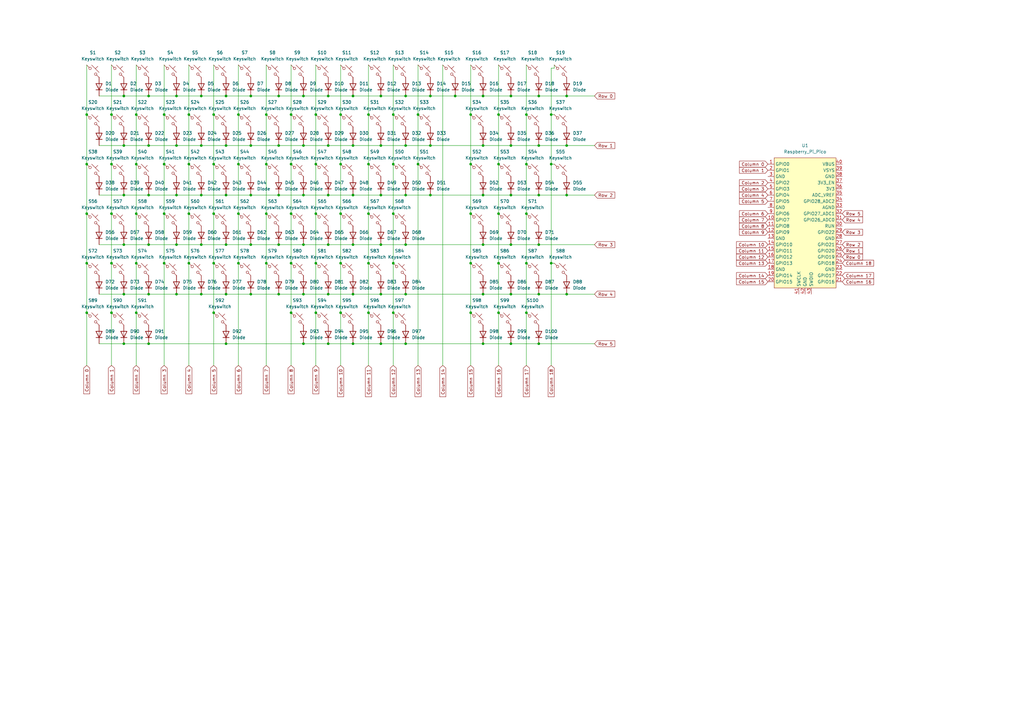
<source format=kicad_sch>
(kicad_sch (version 20231120) (generator "eeschema") (generator_version "8.0")
  (paper "A3")
  (junction (at 72.39 120.65))
  (junction (at 193.04 128.27))
  (junction (at 35.56 87.63))
  (junction (at 92.71 59.69))
  (junction (at 220.98 100.33))
  (junction (at 82.55 120.65))
  (junction (at 114.3 100.33))
  (junction (at 60.96 39.37))
  (junction (at 220.98 140.97))
  (junction (at 198.12 59.69))
  (junction (at 134.62 100.33))
  (junction (at 45.72 46.99))
  (junction (at 134.62 39.37))
  (junction (at 92.71 140.97))
  (junction (at 87.63 87.63))
  (junction (at 72.39 59.69))
  (junction (at 45.72 67.31))
  (junction (at 82.55 39.37))
  (junction (at 209.55 39.37))
  (junction (at 129.54 107.95))
  (junction (at 119.38 128.27))
  (junction (at 139.7 107.95))
  (junction (at 139.7 128.27))
  (junction (at 232.41 39.37))
  (junction (at 45.72 87.63))
  (junction (at 92.71 120.65))
  (junction (at 50.8 140.97))
  (junction (at 166.37 140.97))
  (junction (at 82.55 59.69))
  (junction (at 220.98 59.69))
  (junction (at 204.47 87.63))
  (junction (at 129.54 128.27))
  (junction (at 134.62 140.97))
  (junction (at 67.31 87.63))
  (junction (at 186.69 39.37))
  (junction (at 124.46 100.33))
  (junction (at 124.46 140.97))
  (junction (at 204.47 128.27))
  (junction (at 102.87 80.01))
  (junction (at 92.71 100.33))
  (junction (at 151.13 87.63))
  (junction (at 176.53 59.69))
  (junction (at 198.12 120.65))
  (junction (at 166.37 100.33))
  (junction (at 87.63 107.95))
  (junction (at 161.29 87.63))
  (junction (at 77.47 87.63))
  (junction (at 97.79 87.63))
  (junction (at 161.29 67.31))
  (junction (at 109.22 67.31))
  (junction (at 139.7 67.31))
  (junction (at 151.13 107.95))
  (junction (at 215.9 67.31))
  (junction (at 67.31 67.31))
  (junction (at 156.21 120.65))
  (junction (at 232.41 59.69))
  (junction (at 102.87 39.37))
  (junction (at 50.8 100.33))
  (junction (at 97.79 67.31))
  (junction (at 134.62 80.01))
  (junction (at 226.06 107.95))
  (junction (at 129.54 87.63))
  (junction (at 166.37 39.37))
  (junction (at 198.12 39.37))
  (junction (at 209.55 59.69))
  (junction (at 67.31 46.99))
  (junction (at 144.78 39.37))
  (junction (at 109.22 46.99))
  (junction (at 114.3 80.01))
  (junction (at 87.63 67.31))
  (junction (at 50.8 39.37))
  (junction (at 144.78 140.97))
  (junction (at 35.56 128.27))
  (junction (at 226.06 67.31))
  (junction (at 72.39 80.01))
  (junction (at 198.12 80.01))
  (junction (at 156.21 100.33))
  (junction (at 82.55 100.33))
  (junction (at 198.12 100.33))
  (junction (at 204.47 107.95))
  (junction (at 60.96 59.69))
  (junction (at 232.41 80.01))
  (junction (at 209.55 120.65))
  (junction (at 102.87 100.33))
  (junction (at 102.87 59.69))
  (junction (at 139.7 87.63))
  (junction (at 50.8 59.69))
  (junction (at 119.38 46.99))
  (junction (at 97.79 46.99))
  (junction (at 193.04 46.99))
  (junction (at 129.54 67.31))
  (junction (at 55.88 107.95))
  (junction (at 109.22 107.95))
  (junction (at 226.06 46.99))
  (junction (at 156.21 80.01))
  (junction (at 92.71 39.37))
  (junction (at 35.56 46.99))
  (junction (at 60.96 80.01))
  (junction (at 55.88 67.31))
  (junction (at 45.72 128.27))
  (junction (at 161.29 46.99))
  (junction (at 134.62 120.65))
  (junction (at 204.47 46.99))
  (junction (at 134.62 59.69))
  (junction (at 55.88 128.27))
  (junction (at 129.54 46.99))
  (junction (at 102.87 120.65))
  (junction (at 215.9 128.27))
  (junction (at 97.79 107.95))
  (junction (at 124.46 39.37))
  (junction (at 124.46 120.65))
  (junction (at 161.29 107.95))
  (junction (at 55.88 87.63))
  (junction (at 151.13 46.99))
  (junction (at 193.04 107.95))
  (junction (at 215.9 46.99))
  (junction (at 220.98 80.01))
  (junction (at 166.37 59.69))
  (junction (at 144.78 80.01))
  (junction (at 198.12 140.97))
  (junction (at 209.55 80.01))
  (junction (at 114.3 39.37))
  (junction (at 55.88 46.99))
  (junction (at 193.04 67.31))
  (junction (at 166.37 120.65))
  (junction (at 171.45 46.99))
  (junction (at 114.3 59.69))
  (junction (at 67.31 107.95))
  (junction (at 171.45 67.31))
  (junction (at 144.78 59.69))
  (junction (at 151.13 128.27))
  (junction (at 60.96 120.65))
  (junction (at 114.3 120.65))
  (junction (at 72.39 39.37))
  (junction (at 139.7 46.99))
  (junction (at 161.29 128.27))
  (junction (at 193.04 87.63))
  (junction (at 50.8 80.01))
  (junction (at 92.71 80.01))
  (junction (at 87.63 128.27))
  (junction (at 204.47 67.31))
  (junction (at 124.46 80.01))
  (junction (at 50.8 120.65))
  (junction (at 77.47 46.99))
  (junction (at 87.63 46.99))
  (junction (at 124.46 59.69))
  (junction (at 144.78 100.33))
  (junction (at 220.98 120.65))
  (junction (at 232.41 120.65))
  (junction (at 176.53 80.01))
  (junction (at 144.78 120.65))
  (junction (at 35.56 67.31))
  (junction (at 215.9 87.63))
  (junction (at 119.38 87.63))
  (junction (at 156.21 39.37))
  (junction (at 151.13 67.31))
  (junction (at 209.55 140.97))
  (junction (at 209.55 100.33))
  (junction (at 109.22 87.63))
  (junction (at 176.53 39.37))
  (junction (at 215.9 107.95))
  (junction (at 156.21 140.97))
  (junction (at 35.56 107.95))
  (junction (at 60.96 140.97))
  (junction (at 156.21 59.69))
  (junction (at 77.47 107.95))
  (junction (at 166.37 80.01))
  (junction (at 119.38 67.31))
  (junction (at 60.96 100.33))
  (junction (at 119.38 107.95))
  (junction (at 220.98 39.37))
  (junction (at 45.72 107.95))
  (junction (at 77.47 67.31))
  (junction (at 72.39 100.33))
  (junction (at 82.55 80.01))
  (wire (pts (xy 227.33 46.99) (xy 226.06 46.99)))
  (wire (pts (xy 77.47 46.99) (xy 77.47 67.31)))
  (wire (pts (xy 55.88 67.31) (xy 55.88 87.63)))
  (wire (pts (xy 92.71 120.65) (xy 102.87 120.65)))
  (wire (pts (xy 60.96 140.97) (xy 92.71 140.97)))
  (wire (pts (xy 82.55 100.33) (xy 92.71 100.33)))
  (wire (pts (xy 109.22 67.31) (xy 109.22 87.63)))
  (wire (pts (xy 124.46 80.01) (xy 134.62 80.01)))
  (wire (pts (xy 181.61 26.67) (xy 181.61 149.86)))
  (wire (pts (xy 40.64 80.01) (xy 50.8 80.01)))
  (wire (pts (xy 92.71 140.97) (xy 124.46 140.97)))
  (wire (pts (xy 215.9 46.99) (xy 215.9 67.31)))
  (wire (pts (xy 161.29 107.95) (xy 161.29 128.27)))
  (wire (pts (xy 204.47 107.95) (xy 204.47 128.27)))
  (wire (pts (xy 193.04 26.67) (xy 193.04 46.99)))
  (wire (pts (xy 87.63 46.99) (xy 87.63 67.31)))
  (wire (pts (xy 209.55 100.33) (xy 220.98 100.33)))
  (wire (pts (xy 151.13 46.99) (xy 151.13 67.31)))
  (wire (pts (xy 60.96 59.69) (xy 72.39 59.69)))
  (wire (pts (xy 227.33 107.95) (xy 226.06 107.95)))
  (wire (pts (xy 114.3 59.69) (xy 124.46 59.69)))
  (wire (pts (xy 129.54 128.27) (xy 129.54 149.86)))
  (wire (pts (xy 67.31 87.63) (xy 67.31 107.95)))
  (wire (pts (xy 176.53 59.69) (xy 198.12 59.69)))
  (wire (pts (xy 220.98 39.37) (xy 232.41 39.37)))
  (wire (pts (xy 134.62 39.37) (xy 144.78 39.37)))
  (wire (pts (xy 87.63 87.63) (xy 87.63 107.95)))
  (wire (pts (xy 72.39 39.37) (xy 82.55 39.37)))
  (wire (pts (xy 166.37 39.37) (xy 176.53 39.37)))
  (wire (pts (xy 156.21 140.97) (xy 166.37 140.97)))
  (wire (pts (xy 186.69 39.37) (xy 198.12 39.37)))
  (wire (pts (xy 50.8 100.33) (xy 60.96 100.33)))
  (wire (pts (xy 215.9 67.31) (xy 215.9 87.63)))
  (wire (pts (xy 144.78 59.69) (xy 156.21 59.69)))
  (wire (pts (xy 144.78 100.33) (xy 156.21 100.33)))
  (wire (pts (xy 60.96 39.37) (xy 72.39 39.37)))
  (wire (pts (xy 45.72 107.95) (xy 45.72 128.27)))
  (wire (pts (xy 204.47 46.99) (xy 204.47 67.31)))
  (wire (pts (xy 35.56 128.27) (xy 35.56 149.86)))
  (wire (pts (xy 220.98 120.65) (xy 232.41 120.65)))
  (wire (pts (xy 45.72 26.67) (xy 45.72 46.99)))
  (wire (pts (xy 40.64 100.33) (xy 50.8 100.33)))
  (wire (pts (xy 171.45 46.99) (xy 171.45 67.31)))
  (wire (pts (xy 50.8 39.37) (xy 60.96 39.37)))
  (wire (pts (xy 151.13 67.31) (xy 151.13 87.63)))
  (wire (pts (xy 232.41 59.69) (xy 243.84 59.69)))
  (wire (pts (xy 87.63 107.95) (xy 87.63 128.27)))
  (wire (pts (xy 226.06 107.95) (xy 226.06 149.86)))
  (wire (pts (xy 129.54 87.63) (xy 129.54 107.95)))
  (wire (pts (xy 129.54 67.31) (xy 129.54 87.63)))
  (wire (pts (xy 55.88 87.63) (xy 55.88 107.95)))
  (wire (pts (xy 45.72 46.99) (xy 45.72 67.31)))
  (wire (pts (xy 55.88 26.67) (xy 55.88 46.99)))
  (wire (pts (xy 193.04 128.27) (xy 193.04 149.86)))
  (wire (pts (xy 215.9 26.67) (xy 215.9 46.99)))
  (wire (pts (xy 50.8 59.69) (xy 60.96 59.69)))
  (wire (pts (xy 35.56 26.67) (xy 35.56 46.99)))
  (wire (pts (xy 227.33 27.94) (xy 226.06 27.94)))
  (wire (pts (xy 193.04 107.95) (xy 193.04 128.27)))
  (wire (pts (xy 166.37 80.01) (xy 176.53 80.01)))
  (wire (pts (xy 129.54 107.95) (xy 129.54 128.27)))
  (wire (pts (xy 97.79 26.67) (xy 97.79 46.99)))
  (wire (pts (xy 82.55 59.69) (xy 92.71 59.69)))
  (wire (pts (xy 139.7 87.63) (xy 139.7 107.95)))
  (wire (pts (xy 151.13 87.63) (xy 151.13 107.95)))
  (wire (pts (xy 204.47 87.63) (xy 204.47 107.95)))
  (wire (pts (xy 55.88 46.99) (xy 55.88 67.31)))
  (wire (pts (xy 139.7 107.95) (xy 139.7 128.27)))
  (wire (pts (xy 144.78 120.65) (xy 156.21 120.65)))
  (wire (pts (xy 35.56 67.31) (xy 35.56 87.63)))
  (wire (pts (xy 92.71 100.33) (xy 102.87 100.33)))
  (wire (pts (xy 209.55 59.69) (xy 220.98 59.69)))
  (wire (pts (xy 144.78 80.01) (xy 156.21 80.01)))
  (wire (pts (xy 124.46 100.33) (xy 134.62 100.33)))
  (wire (pts (xy 55.88 128.27) (xy 55.88 149.86)))
  (wire (pts (xy 40.64 120.65) (xy 50.8 120.65)))
  (wire (pts (xy 156.21 80.01) (xy 166.37 80.01)))
  (wire (pts (xy 139.7 46.99) (xy 139.7 67.31)))
  (wire (pts (xy 193.04 46.99) (xy 193.04 67.31)))
  (wire (pts (xy 209.55 80.01) (xy 220.98 80.01)))
  (wire (pts (xy 156.21 100.33) (xy 166.37 100.33)))
  (wire (pts (xy 102.87 100.33) (xy 114.3 100.33)))
  (wire (pts (xy 50.8 80.01) (xy 60.96 80.01)))
  (wire (pts (xy 82.55 80.01) (xy 92.71 80.01)))
  (wire (pts (xy 72.39 100.33) (xy 82.55 100.33)))
  (wire (pts (xy 60.96 80.01) (xy 72.39 80.01)))
  (wire (pts (xy 209.55 39.37) (xy 220.98 39.37)))
  (wire (pts (xy 60.96 120.65) (xy 72.39 120.65)))
  (wire (pts (xy 166.37 100.33) (xy 198.12 100.33)))
  (wire (pts (xy 198.12 100.33) (xy 209.55 100.33)))
  (wire (pts (xy 134.62 80.01) (xy 144.78 80.01)))
  (wire (pts (xy 109.22 46.99) (xy 109.22 67.31)))
  (wire (pts (xy 226.06 46.99) (xy 226.06 67.31)))
  (wire (pts (xy 161.29 67.31) (xy 161.29 87.63)))
  (wire (pts (xy 109.22 107.95) (xy 109.22 149.86)))
  (wire (pts (xy 161.29 87.63) (xy 161.29 107.95)))
  (wire (pts (xy 232.41 80.01) (xy 243.84 80.01)))
  (wire (pts (xy 72.39 120.65) (xy 82.55 120.65)))
  (wire (pts (xy 220.98 59.69) (xy 232.41 59.69)))
  (wire (pts (xy 166.37 120.65) (xy 198.12 120.65)))
  (wire (pts (xy 144.78 140.97) (xy 156.21 140.97)))
  (wire (pts (xy 176.53 39.37) (xy 186.69 39.37)))
  (wire (pts (xy 92.71 39.37) (xy 102.87 39.37)))
  (wire (pts (xy 226.06 67.31) (xy 226.06 107.95)))
  (wire (pts (xy 87.63 67.31) (xy 87.63 87.63)))
  (wire (pts (xy 77.47 87.63) (xy 77.47 107.95)))
  (wire (pts (xy 198.12 39.37) (xy 209.55 39.37)))
  (wire (pts (xy 119.38 26.67) (xy 119.38 46.99)))
  (wire (pts (xy 129.54 46.99) (xy 129.54 67.31)))
  (wire (pts (xy 124.46 120.65) (xy 134.62 120.65)))
  (wire (pts (xy 40.64 140.97) (xy 50.8 140.97)))
  (wire (pts (xy 72.39 59.69) (xy 82.55 59.69)))
  (wire (pts (xy 35.56 87.63) (xy 35.56 107.95)))
  (wire (pts (xy 97.79 107.95) (xy 97.79 149.86)))
  (wire (pts (xy 129.54 26.67) (xy 129.54 46.99)))
  (wire (pts (xy 82.55 39.37) (xy 92.71 39.37)))
  (wire (pts (xy 114.3 100.33) (xy 124.46 100.33)))
  (wire (pts (xy 227.33 26.67) (xy 227.33 27.94)))
  (wire (pts (xy 232.41 120.65) (xy 243.84 120.65)))
  (wire (pts (xy 92.71 59.69) (xy 102.87 59.69)))
  (wire (pts (xy 204.47 26.67) (xy 204.47 46.99)))
  (wire (pts (xy 151.13 107.95) (xy 151.13 128.27)))
  (wire (pts (xy 119.38 107.95) (xy 119.38 128.27)))
  (wire (pts (xy 97.79 46.99) (xy 97.79 67.31)))
  (wire (pts (xy 232.41 39.37) (xy 243.84 39.37)))
  (wire (pts (xy 45.72 67.31) (xy 45.72 87.63)))
  (wire (pts (xy 124.46 59.69) (xy 134.62 59.69)))
  (wire (pts (xy 97.79 87.63) (xy 97.79 107.95)))
  (wire (pts (xy 114.3 80.01) (xy 124.46 80.01)))
  (wire (pts (xy 50.8 140.97) (xy 60.96 140.97)))
  (wire (pts (xy 77.47 107.95) (xy 77.47 149.86)))
  (wire (pts (xy 87.63 128.27) (xy 87.63 149.86)))
  (wire (pts (xy 161.29 46.99) (xy 161.29 67.31)))
  (wire (pts (xy 156.21 39.37) (xy 166.37 39.37)))
  (wire (pts (xy 226.06 27.94) (xy 226.06 46.99)))
  (wire (pts (xy 139.7 26.67) (xy 139.7 46.99)))
  (wire (pts (xy 102.87 39.37) (xy 114.3 39.37)))
  (wire (pts (xy 40.64 39.37) (xy 50.8 39.37)))
  (wire (pts (xy 156.21 120.65) (xy 166.37 120.65)))
  (wire (pts (xy 45.72 87.63) (xy 45.72 107.95)))
  (wire (pts (xy 156.21 59.69) (xy 166.37 59.69)))
  (wire (pts (xy 72.39 80.01) (xy 82.55 80.01)))
  (wire (pts (xy 109.22 87.63) (xy 109.22 107.95)))
  (wire (pts (xy 119.38 46.99) (xy 119.38 67.31)))
  (wire (pts (xy 102.87 80.01) (xy 114.3 80.01)))
  (wire (pts (xy 67.31 67.31) (xy 67.31 87.63)))
  (wire (pts (xy 220.98 100.33) (xy 243.84 100.33)))
  (wire (pts (xy 45.72 128.27) (xy 45.72 149.86)))
  (wire (pts (xy 77.47 26.67) (xy 77.47 46.99)))
  (wire (pts (xy 204.47 67.31) (xy 204.47 87.63)))
  (wire (pts (xy 134.62 100.33) (xy 144.78 100.33)))
  (wire (pts (xy 166.37 140.97) (xy 198.12 140.97)))
  (wire (pts (xy 67.31 26.67) (xy 67.31 46.99)))
  (wire (pts (xy 193.04 67.31) (xy 193.04 87.63)))
  (wire (pts (xy 67.31 107.95) (xy 67.31 149.86)))
  (wire (pts (xy 119.38 67.31) (xy 119.38 87.63)))
  (wire (pts (xy 176.53 80.01) (xy 198.12 80.01)))
  (wire (pts (xy 139.7 67.31) (xy 139.7 87.63)))
  (wire (pts (xy 209.55 120.65) (xy 220.98 120.65)))
  (wire (pts (xy 77.47 67.31) (xy 77.47 87.63)))
  (wire (pts (xy 114.3 120.65) (xy 124.46 120.65)))
  (wire (pts (xy 198.12 140.97) (xy 209.55 140.97)))
  (wire (pts (xy 171.45 67.31) (xy 171.45 149.86)))
  (wire (pts (xy 144.78 39.37) (xy 156.21 39.37)))
  (wire (pts (xy 151.13 128.27) (xy 151.13 149.86)))
  (wire (pts (xy 40.64 59.69) (xy 50.8 59.69)))
  (wire (pts (xy 198.12 120.65) (xy 209.55 120.65)))
  (wire (pts (xy 119.38 128.27) (xy 119.38 149.86)))
  (wire (pts (xy 97.79 67.31) (xy 97.79 87.63)))
  (wire (pts (xy 55.88 107.95) (xy 55.88 128.27)))
  (wire (pts (xy 134.62 120.65) (xy 144.78 120.65)))
  (wire (pts (xy 114.3 39.37) (xy 124.46 39.37)))
  (wire (pts (xy 82.55 120.65) (xy 92.71 120.65)))
  (wire (pts (xy 50.8 120.65) (xy 60.96 120.65)))
  (wire (pts (xy 215.9 107.95) (xy 215.9 128.27)))
  (wire (pts (xy 119.38 87.63) (xy 119.38 107.95)))
  (wire (pts (xy 92.71 80.01) (xy 102.87 80.01)))
  (wire (pts (xy 67.31 46.99) (xy 67.31 67.31)))
  (wire (pts (xy 171.45 26.67) (xy 171.45 46.99)))
  (wire (pts (xy 102.87 59.69) (xy 114.3 59.69)))
  (wire (pts (xy 193.04 87.63) (xy 193.04 107.95)))
  (wire (pts (xy 124.46 39.37) (xy 134.62 39.37)))
  (wire (pts (xy 227.33 67.31) (xy 226.06 67.31)))
  (wire (pts (xy 166.37 59.69) (xy 176.53 59.69)))
  (wire (pts (xy 109.22 26.67) (xy 109.22 46.99)))
  (wire (pts (xy 204.47 128.27) (xy 204.47 149.86)))
  (wire (pts (xy 134.62 59.69) (xy 144.78 59.69)))
  (wire (pts (xy 151.13 26.67) (xy 151.13 46.99)))
  (wire (pts (xy 198.12 59.69) (xy 209.55 59.69)))
  (wire (pts (xy 35.56 107.95) (xy 35.56 128.27)))
  (wire (pts (xy 60.96 100.33) (xy 72.39 100.33)))
  (wire (pts (xy 35.56 46.99) (xy 35.56 67.31)))
  (wire (pts (xy 209.55 140.97) (xy 220.98 140.97)))
  (wire (pts (xy 102.87 120.65) (xy 114.3 120.65)))
  (wire (pts (xy 161.29 26.67) (xy 161.29 46.99)))
  (wire (pts (xy 139.7 128.27) (xy 139.7 149.86)))
  (wire (pts (xy 220.98 80.01) (xy 232.41 80.01)))
  (wire (pts (xy 198.12 80.01) (xy 209.55 80.01)))
  (wire (pts (xy 220.98 140.97) (xy 243.84 140.97)))
  (wire (pts (xy 87.63 26.67) (xy 87.63 46.99)))
  (wire (pts (xy 215.9 128.27) (xy 215.9 149.86)))
  (wire (pts (xy 161.29 128.27) (xy 161.29 149.86)))
  (wire (pts (xy 124.46 140.97) (xy 134.62 140.97)))
  (wire (pts (xy 134.62 140.97) (xy 144.78 140.97)))
  (wire (pts (xy 215.9 87.63) (xy 215.9 107.95)))
  (global_label "Column 12" (shape input) (at 161.29 149.86 270) (property "Intersheetrefs" "${INTERSHEET_REFS}" (effects (hide yes))))
  (global_label "Column 8" (shape input) (at 119.38 149.86 270) (property "Intersheetrefs" "${INTERSHEET_REFS}" (effects (hide yes))))
  (global_label "Column 5" (shape input) (at 87.63 149.86 270) (property "Intersheetrefs" "${INTERSHEET_REFS}" (effects (hide yes))))
  (global_label "Column 0" (shape input) (at 314.96 67.31 180) (property "Intersheetrefs" "${INTERSHEET_REFS}" (effects (hide yes))))
  (global_label "Column 11" (shape input) (at 314.96 102.87 180) (property "Intersheetrefs" "${INTERSHEET_REFS}" (effects (hide yes))))
  (global_label "Row 5" (shape input) (at 345.44 87.63 0) (property "Intersheetrefs" "${INTERSHEET_REFS}" (effects (hide yes))))
  (global_label "Row 1" (shape input) (at 345.44 102.87 0) (property "Intersheetrefs" "${INTERSHEET_REFS}" (effects (hide yes))))
  (global_label "Column 13" (shape input) (at 171.45 149.86 270) (property "Intersheetrefs" "${INTERSHEET_REFS}" (effects (hide yes))))
  (global_label "Column 1" (shape input) (at 314.96 69.85 180) (property "Intersheetrefs" "${INTERSHEET_REFS}" (effects (hide yes))))
  (global_label "Column 3" (shape input) (at 67.31 149.86 270) (property "Intersheetrefs" "${INTERSHEET_REFS}" (effects (hide yes))))
  (global_label "Row 3" (shape input) (at 243.84 100.33 0) (property "Intersheetrefs" "${INTERSHEET_REFS}" (effects (hide yes))))
  (global_label "Column 4" (shape input) (at 314.96 80.01 180) (property "Intersheetrefs" "${INTERSHEET_REFS}" (effects (hide yes))))
  (global_label "Column 17" (shape input) (at 345.44 113.03 0) (property "Intersheetrefs" "${INTERSHEET_REFS}" (effects (hide yes))))
  (global_label "Row 4" (shape input) (at 243.84 120.65 0) (property "Intersheetrefs" "${INTERSHEET_REFS}" (effects (hide yes))))
  (global_label "Column 1" (shape input) (at 45.72 149.86 270) (property "Intersheetrefs" "${INTERSHEET_REFS}" (effects (hide yes))))
  (global_label "Column 5" (shape input) (at 314.96 82.55 180) (property "Intersheetrefs" "${INTERSHEET_REFS}" (effects (hide yes))))
  (global_label "Row 4" (shape input) (at 345.44 90.17 0) (property "Intersheetrefs" "${INTERSHEET_REFS}" (effects (hide yes))))
  (global_label "Column 10" (shape input) (at 314.96 100.33 180) (property "Intersheetrefs" "${INTERSHEET_REFS}" (effects (hide yes))))
  (global_label "Column 18" (shape input) (at 226.06 149.86 270) (property "Intersheetrefs" "${INTERSHEET_REFS}" (effects (hide yes))))
  (global_label "Column 15" (shape input) (at 193.04 149.86 270) (property "Intersheetrefs" "${INTERSHEET_REFS}" (effects (hide yes))))
  (global_label "Row 0" (shape input) (at 345.44 105.41 0) (property "Intersheetrefs" "${INTERSHEET_REFS}" (effects (hide yes))))
  (global_label "Row 0" (shape input) (at 243.84 39.37 0) (property "Intersheetrefs" "${INTERSHEET_REFS}" (effects (hide yes))))
  (global_label "Column 6" (shape input) (at 97.79 149.86 270) (property "Intersheetrefs" "${INTERSHEET_REFS}" (effects (hide yes))))
  (global_label "Column 10" (shape input) (at 139.7 149.86 270) (property "Intersheetrefs" "${INTERSHEET_REFS}" (effects (hide yes))))
  (global_label "Column 0" (shape input) (at 35.56 149.86 270) (property "Intersheetrefs" "${INTERSHEET_REFS}" (effects (hide yes))))
  (global_label "Column 16" (shape input) (at 345.44 115.57 0) (property "Intersheetrefs" "${INTERSHEET_REFS}" (effects (hide yes))))
  (global_label "Column 14" (shape input) (at 314.96 113.03 180) (property "Intersheetrefs" "${INTERSHEET_REFS}" (effects (hide yes))))
  (global_label "Column 17" (shape input) (at 215.9 149.86 270) (property "Intersheetrefs" "${INTERSHEET_REFS}" (effects (hide yes))))
  (global_label "Column 13" (shape input) (at 314.96 107.95 180) (property "Intersheetrefs" "${INTERSHEET_REFS}" (effects (hide yes))))
  (global_label "Row 1" (shape input) (at 243.84 59.69 0) (property "Intersheetrefs" "${INTERSHEET_REFS}" (effects (hide yes))))
  (global_label "Column 11" (shape input) (at 151.13 149.86 270) (property "Intersheetrefs" "${INTERSHEET_REFS}" (effects (hide yes))))
  (global_label "Column 3" (shape input) (at 314.96 77.47 180) (property "Intersheetrefs" "${INTERSHEET_REFS}" (effects (hide yes))))
  (global_label "Column 4" (shape input) (at 77.47 149.86 270) (property "Intersheetrefs" "${INTERSHEET_REFS}" (effects (hide yes))))
  (global_label "Column 2" (shape input) (at 314.96 74.93 180) (property "Intersheetrefs" "${INTERSHEET_REFS}" (effects (hide yes))))
  (global_label "Column 9" (shape input) (at 129.54 149.86 270) (property "Intersheetrefs" "${INTERSHEET_REFS}" (effects (hide yes))))
  (global_label "Column 12" (shape input) (at 314.96 105.41 180) (property "Intersheetrefs" "${INTERSHEET_REFS}" (effects (hide yes))))
  (global_label "Column 14" (shape input) (at 181.61 149.86 270) (property "Intersheetrefs" "${INTERSHEET_REFS}" (effects (hide yes))))
  (global_label "Column 8" (shape input) (at 314.96 92.71 180) (property "Intersheetrefs" "${INTERSHEET_REFS}" (effects (hide yes))))
  (global_label "Row 2" (shape input) (at 345.44 100.33 0) (property "Intersheetrefs" "${INTERSHEET_REFS}" (effects (hide yes))))
  (global_label "Column 7" (shape input) (at 109.22 149.86 270) (property "Intersheetrefs" "${INTERSHEET_REFS}" (effects (hide yes))))
  (global_label "Row 5" (shape input) (at 243.84 140.97 0) (property "Intersheetrefs" "${INTERSHEET_REFS}" (effects (hide yes))))
  (global_label "Column 15" (shape input) (at 314.96 115.57 180) (property "Intersheetrefs" "${INTERSHEET_REFS}" (effects (hide yes))))
  (global_label "Column 6" (shape input) (at 314.96 87.63 180) (property "Intersheetrefs" "${INTERSHEET_REFS}" (effects (hide yes))))
  (global_label "Column 7" (shape input) (at 314.96 90.17 180) (property "Intersheetrefs" "${INTERSHEET_REFS}" (effects (hide yes))))
  (global_label "Column 2" (shape input) (at 55.88 149.86 270) (property "Intersheetrefs" "${INTERSHEET_REFS}" (effects (hide yes))))
  (global_label "Column 9" (shape input) (at 314.96 95.25 180) (property "Intersheetrefs" "${INTERSHEET_REFS}" (effects (hide yes))))
  (global_label "Column 16" (shape input) (at 204.47 149.86 270) (property "Intersheetrefs" "${INTERSHEET_REFS}" (effects (hide yes))))
  (global_label "Column 18" (shape input) (at 345.44 107.95 0) (property "Intersheetrefs" "${INTERSHEET_REFS}" (effects (hide yes))))
  (global_label "Row 3" (shape input) (at 345.44 95.25 0) (property "Intersheetrefs" "${INTERSHEET_REFS}" (effects (hide yes))))
  (global_label "Row 2" (shape input) (at 243.84 80.01 0) (property "Intersheetrefs" "${INTERSHEET_REFS}" (effects (hide yes))))
  (symbol (lib_id "ScottoKeebs:Placeholder_Diode") (at 60.96 55.88 90) (unit 1)
    (property "Reference" "D22" (at 63.5 54.6099 90) (effects (justify right)))
    (property "Value" "Diode" (at 63.5 57.1499 90) (effects (justify right)))
    (property "Footprint" "ScottoKeebs_Components:Diode_DO-35" (effects (hide yes)))
    (property "Description" "1N4148 (DO-35) or 1N4148W (SOD-123)" (effects (hide yes)))
    (property "Sim.Device" "D" (effects (hide yes)))
    (property "Sim.Pins" "1=K 2=A" (effects (hide yes)))
  )
  (symbol (lib_id "ScottoKeebs:Placeholder_Keyswitch") (at 218.44 90.17 0) (unit 1)
    (property "Reference" "S71" (at 218.44 82.55 0))
    (property "Value" "Keyswitch" (at 218.44 85.09 0))
    (property "Footprint" "ScottoKeebs_Hotswap:Hotswap_MX_1.00u" (effects (hide yes)))
    (property "Description" "Push button switch, normally open, two pins, 45° tilted" (effects (hide yes)))
  )
  (symbol (lib_id "ScottoKeebs:Placeholder_Diode") (at 124.46 35.56 90) (unit 1)
    (property "Reference" "D9" (at 127 34.2899 90) (effects (justify right)))
    (property "Value" "Diode" (at 127 36.8299 90) (effects (justify right)))
    (property "Footprint" "ScottoKeebs_Components:Diode_DO-35" (effects (hide yes)))
    (property "Description" "1N4148 (DO-35) or 1N4148W (SOD-123)" (effects (hide yes)))
    (property "Sim.Device" "D" (effects (hide yes)))
    (property "Sim.Pins" "1=K 2=A" (effects (hide yes)))
  )
  (symbol (lib_id "ScottoKeebs:Placeholder_Keyswitch") (at 121.92 90.17 0) (unit 1)
    (property "Reference" "S64" (at 121.92 82.55 0))
    (property "Value" "Keyswitch" (at 121.92 85.09 0))
    (property "Footprint" "ScottoKeebs_Hotswap:Hotswap_MX_1.00u" (effects (hide yes)))
    (property "Description" "Push button switch, normally open, two pins, 45° tilted" (effects (hide yes)))
  )
  (symbol (lib_id "ScottoKeebs:Placeholder_Keyswitch") (at 207.01 49.53 0) (unit 1)
    (property "Reference" "S35" (at 207.01 41.91 0))
    (property "Value" "Keyswitch" (at 207.01 44.45 0))
    (property "Footprint" "ScottoKeebs_Hotswap:Hotswap_MX_1.00u" (effects (hide yes)))
    (property "Description" "Push button switch, normally open, two pins, 45° tilted" (effects (hide yes)))
  )
  (symbol (lib_id "ScottoKeebs:Placeholder_Keyswitch") (at 132.08 90.17 0) (unit 1)
    (property "Reference" "S65" (at 132.08 82.55 0))
    (property "Value" "Keyswitch" (at 132.08 85.09 0))
    (property "Footprint" "ScottoKeebs_Hotswap:Hotswap_MX_1.00u" (effects (hide yes)))
    (property "Description" "Push button switch, normally open, two pins, 45° tilted" (effects (hide yes)))
  )
  (symbol (lib_id "ScottoKeebs:Placeholder_Diode") (at 40.64 55.88 90) (unit 1)
    (property "Reference" "D20" (at 43.18 54.6099 90) (effects (justify right)))
    (property "Value" "Diode" (at 43.18 57.1499 90) (effects (justify right)))
    (property "Footprint" "ScottoKeebs_Components:Diode_DO-35" (effects (hide yes)))
    (property "Description" "1N4148 (DO-35) or 1N4148W (SOD-123)" (effects (hide yes)))
    (property "Sim.Device" "D" (effects (hide yes)))
    (property "Sim.Pins" "1=K 2=A" (effects (hide yes)))
  )
  (symbol (lib_id "ScottoKeebs:Placeholder_Keyswitch") (at 48.26 29.21 0) (unit 1)
    (property "Reference" "S2" (at 48.26 21.59 0))
    (property "Value" "Keyswitch" (at 48.26 24.13 0))
    (property "Footprint" "ScottoKeebs_Hotswap:Hotswap_MX_1.00u" (effects (hide yes)))
    (property "Description" "Push button switch, normally open, two pins, 45° tilted" (effects (hide yes)))
  )
  (symbol (lib_id "ScottoKeebs:Placeholder_Diode") (at 166.37 116.84 90) (unit 1)
    (property "Reference" "D84" (at 168.91 115.5699 90) (effects (justify right)))
    (property "Value" "Diode" (at 168.91 118.1099 90) (effects (justify right)))
    (property "Footprint" "ScottoKeebs_Components:Diode_DO-35" (effects (hide yes)))
    (property "Description" "1N4148 (DO-35) or 1N4148W (SOD-123)" (effects (hide yes)))
    (property "Sim.Device" "D" (effects (hide yes)))
    (property "Sim.Pins" "1=K 2=A" (effects (hide yes)))
  )
  (symbol (lib_id "ScottoKeebs:Placeholder_Keyswitch") (at 195.58 69.85 0) (unit 1)
    (property "Reference" "S52" (at 195.58 62.23 0))
    (property "Value" "Keyswitch" (at 195.58 64.77 0))
    (property "Footprint" "ScottoKeebs_Hotswap:Hotswap_MX_1.00u" (effects (hide yes)))
    (property "Description" "Push button switch, normally open, two pins, 45° tilted" (effects (hide yes)))
  )
  (symbol (lib_id "ScottoKeebs:Placeholder_Diode") (at 102.87 55.88 90) (unit 1)
    (property "Reference" "D26" (at 105.41 54.6099 90) (effects (justify right)))
    (property "Value" "Diode" (at 105.41 57.1499 90) (effects (justify right)))
    (property "Footprint" "ScottoKeebs_Components:Diode_DO-35" (effects (hide yes)))
    (property "Description" "1N4148 (DO-35) or 1N4148W (SOD-123)" (effects (hide yes)))
    (property "Sim.Device" "D" (effects (hide yes)))
    (property "Sim.Pins" "1=K 2=A" (effects (hide yes)))
  )
  (symbol (lib_id "ScottoKeebs:Placeholder_Diode") (at 82.55 55.88 90) (unit 1)
    (property "Reference" "D24" (at 85.09 54.6099 90) (effects (justify right)))
    (property "Value" "Diode" (at 85.09 57.1499 90) (effects (justify right)))
    (property "Footprint" "ScottoKeebs_Components:Diode_DO-35" (effects (hide yes)))
    (property "Description" "1N4148 (DO-35) or 1N4148W (SOD-123)" (effects (hide yes)))
    (property "Sim.Device" "D" (effects (hide yes)))
    (property "Sim.Pins" "1=K 2=A" (effects (hide yes)))
  )
  (symbol (lib_id "ScottoKeebs:Placeholder_Keyswitch") (at 121.92 130.81 0) (unit 1)
    (property "Reference" "S93" (at 121.92 123.19 0))
    (property "Value" "Keyswitch" (at 121.92 125.73 0))
    (property "Footprint" "ScottoKeebs_Hotswap:Hotswap_MX_1.00u" (effects (hide yes)))
    (property "Description" "Push button switch, normally open, two pins, 45° tilted" (effects (hide yes)))
  )
  (symbol (lib_id "ScottoKeebs:Placeholder_Diode") (at 114.3 35.56 90) (unit 1)
    (property "Reference" "D8" (at 116.84 34.2899 90) (effects (justify right)))
    (property "Value" "Diode" (at 116.84 36.8299 90) (effects (justify right)))
    (property "Footprint" "ScottoKeebs_Components:Diode_DO-35" (effects (hide yes)))
    (property "Description" "1N4148 (DO-35) or 1N4148W (SOD-123)" (effects (hide yes)))
    (property "Sim.Device" "D" (effects (hide yes)))
    (property "Sim.Pins" "1=K 2=A" (effects (hide yes)))
  )
  (symbol (lib_id "ScottoKeebs:Placeholder_Keyswitch") (at 142.24 110.49 0) (unit 1)
    (property "Reference" "S82" (at 142.24 102.87 0))
    (property "Value" "Keyswitch" (at 142.24 105.41 0))
    (property "Footprint" "ScottoKeebs_Hotswap:Hotswap_MX_1.00u" (effects (hide yes)))
    (property "Description" "Push button switch, normally open, two pins, 45° tilted" (effects (hide yes)))
  )
  (symbol (lib_id "ScottoKeebs:Placeholder_Keyswitch") (at 173.99 49.53 0) (unit 1)
    (property "Reference" "S33" (at 173.99 41.91 0))
    (property "Value" "Keyswitch" (at 173.99 44.45 0))
    (property "Footprint" "ScottoKeebs_Hotswap:Hotswap_MX_2.00u" (effects (hide yes)))
    (property "Description" "Push button switch, normally open, two pins, 45° tilted" (effects (hide yes)))
  )
  (symbol (lib_id "ScottoKeebs:Placeholder_Diode") (at 60.96 96.52 90) (unit 1)
    (property "Reference" "D58" (at 63.5 95.2499 90) (effects (justify right)))
    (property "Value" "Diode" (at 63.5 97.7899 90) (effects (justify right)))
    (property "Footprint" "ScottoKeebs_Components:Diode_DO-35" (effects (hide yes)))
    (property "Description" "1N4148 (DO-35) or 1N4148W (SOD-123)" (effects (hide yes)))
    (property "Sim.Device" "D" (effects (hide yes)))
    (property "Sim.Pins" "1=K 2=A" (effects (hide yes)))
  )
  (symbol (lib_id "ScottoKeebs:Placeholder_Keyswitch") (at 132.08 130.81 0) (unit 1)
    (property "Reference" "S94" (at 132.08 123.19 0))
    (property "Value" "Keyswitch" (at 132.08 125.73 0))
    (property "Footprint" "ScottoKeebs_Hotswap:Hotswap_MX_1.00u" (effects (hide yes)))
    (property "Description" "Push button switch, normally open, two pins, 45° tilted" (effects (hide yes)))
  )
  (symbol (lib_id "ScottoKeebs:Placeholder_Keyswitch") (at 38.1 69.85 0) (unit 1)
    (property "Reference" "S38" (at 38.1 62.23 0))
    (property "Value" "Keyswitch" (at 38.1 64.77 0))
    (property "Footprint" "ScottoKeebs_Hotswap:Hotswap_MX_1.50u" (effects (hide yes)))
    (property "Description" "Push button switch, normally open, two pins, 45° tilted" (effects (hide yes)))
  )
  (symbol (lib_id "ScottoKeebs:Placeholder_Diode") (at 176.53 35.56 90) (unit 1)
    (property "Reference" "D14" (at 179.07 34.2899 90) (effects (justify right)))
    (property "Value" "Diode" (at 179.07 36.8299 90) (effects (justify right)))
    (property "Footprint" "ScottoKeebs_Components:Diode_DO-35" (effects (hide yes)))
    (property "Description" "1N4148 (DO-35) or 1N4148W (SOD-123)" (effects (hide yes)))
    (property "Sim.Device" "D" (effects (hide yes)))
    (property "Sim.Pins" "1=K 2=A" (effects (hide yes)))
  )
  (symbol (lib_id "ScottoKeebs:Placeholder_Diode") (at 220.98 96.52 90) (unit 1)
    (property "Reference" "D71" (at 223.52 95.2499 90) (effects (justify right)))
    (property "Value" "Diode" (at 223.52 97.7899 90) (effects (justify right)))
    (property "Footprint" "ScottoKeebs_Components:Diode_DO-35" (effects (hide yes)))
    (property "Description" "1N4148 (DO-35) or 1N4148W (SOD-123)" (effects (hide yes)))
    (property "Sim.Device" "D" (effects (hide yes)))
    (property "Sim.Pins" "1=K 2=A" (effects (hide yes)))
  )
  (symbol (lib_id "ScottoKeebs:Placeholder_Keyswitch") (at 90.17 49.53 0) (unit 1)
    (property "Reference" "S25" (at 90.17 41.91 0))
    (property "Value" "Keyswitch" (at 90.17 44.45 0))
    (property "Footprint" "ScottoKeebs_Hotswap:Hotswap_MX_1.00u" (effects (hide yes)))
    (property "Description" "Push button switch, normally open, two pins, 45° tilted" (effects (hide yes)))
  )
  (symbol (lib_id "ScottoKeebs:Placeholder_Keyswitch") (at 207.01 69.85 0) (unit 1)
    (property "Reference" "S53" (at 207.01 62.23 0))
    (property "Value" "Keyswitch" (at 207.01 64.77 0))
    (property "Footprint" "ScottoKeebs_Hotswap:Hotswap_MX_1.00u" (effects (hide yes)))
    (property "Description" "Push button switch, normally open, two pins, 45° tilted" (effects (hide yes)))
  )
  (symbol (lib_id "ScottoKeebs:Placeholder_Keyswitch") (at 100.33 90.17 0) (unit 1)
    (property "Reference" "S62" (at 100.33 82.55 0))
    (property "Value" "Keyswitch" (at 100.33 85.09 0))
    (property "Footprint" "ScottoKeebs_Hotswap:Hotswap_MX_1.00u" (effects (hide yes)))
    (property "Description" "Push button switch, normally open, two pins, 45° tilted" (effects (hide yes)))
  )
  (symbol (lib_id "ScottoKeebs:Placeholder_Keyswitch") (at 69.85 110.49 0) (unit 1)
    (property "Reference" "S75" (at 69.85 102.87 0))
    (property "Value" "Keyswitch" (at 69.85 105.41 0))
    (property "Footprint" "ScottoKeebs_Hotswap:Hotswap_MX_1.00u" (effects (hide yes)))
    (property "Description" "Push button switch, normally open, two pins, 45° tilted" (effects (hide yes)))
  )
  (symbol (lib_id "ScottoKeebs:Placeholder_Keyswitch") (at 69.85 90.17 0) (unit 1)
    (property "Reference" "S59" (at 69.85 82.55 0))
    (property "Value" "Keyswitch" (at 69.85 85.09 0))
    (property "Footprint" "ScottoKeebs_Hotswap:Hotswap_MX_1.00u" (effects (hide yes)))
    (property "Description" "Push button switch, normally open, two pins, 45° tilted" (effects (hide yes)))
  )
  (symbol (lib_id "ScottoKeebs:Placeholder_Keyswitch") (at 184.15 29.21 0) (unit 1)
    (property "Reference" "S15" (at 184.15 21.59 0))
    (property "Value" "Keyswitch" (at 184.15 24.13 0))
    (property "Footprint" "ScottoKeebs_Hotswap:Hotswap_MX_1.00u" (effects (hide yes)))
    (property "Description" "Push button switch, normally open, two pins, 45° tilted" (effects (hide yes)))
  )
  (symbol (lib_id "ScottoKeebs:Placeholder_Keyswitch") (at 229.87 69.85 0) (unit 1)
    (property "Reference" "S55" (at 229.87 62.23 0))
    (property "Value" "Keyswitch" (at 229.87 64.77 0))
    (property "Footprint" "ScottoKeebs_Hotswap:Hotswap_MX_2.00u_90deg" (effects (hide yes)))
    (property "Description" "Push button switch, normally open, two pins, 45° tilted" (effects (hide yes)))
  )
  (symbol (lib_id "ScottoKeebs:Placeholder_Diode") (at 60.96 35.56 90) (unit 1)
    (property "Reference" "D3" (at 63.5 34.2899 90) (effects (justify right)))
    (property "Value" "Diode" (at 63.5 36.8299 90) (effects (justify right)))
    (property "Footprint" "ScottoKeebs_Components:Diode_DO-35" (effects (hide yes)))
    (property "Description" "1N4148 (DO-35) or 1N4148W (SOD-123)" (effects (hide yes)))
    (property "Sim.Device" "D" (effects (hide yes)))
    (property "Sim.Pins" "1=K 2=A" (effects (hide yes)))
  )
  (symbol (lib_id "ScottoKeebs:Placeholder_Diode") (at 134.62 116.84 90) (unit 1)
    (property "Reference" "D81" (at 137.16 115.5699 90) (effects (justify right)))
    (property "Value" "Diode" (at 137.16 118.1099 90) (effects (justify right)))
    (property "Footprint" "ScottoKeebs_Components:Diode_DO-35" (effects (hide yes)))
    (property "Description" "1N4148 (DO-35) or 1N4148W (SOD-123)" (effects (hide yes)))
    (property "Sim.Device" "D" (effects (hide yes)))
    (property "Sim.Pins" "1=K 2=A" (effects (hide yes)))
  )
  (symbol (lib_id "ScottoKeebs:Placeholder_Diode") (at 232.41 55.88 90) (unit 1)
    (property "Reference" "D37" (at 234.95 54.6099 90) (effects (justify right)))
    (property "Value" "Diode" (at 234.95 57.1499 90) (effects (justify right)))
    (property "Footprint" "ScottoKeebs_Components:Diode_DO-35" (effects (hide yes)))
    (property "Description" "1N4148 (DO-35) or 1N4148W (SOD-123)" (effects (hide yes)))
    (property "Sim.Device" "D" (effects (hide yes)))
    (property "Sim.Pins" "1=K 2=A" (effects (hide yes)))
  )
  (symbol (lib_id "ScottoKeebs:Placeholder_Diode") (at 209.55 55.88 90) (unit 1)
    (property "Reference" "D35" (at 212.09 54.6099 90) (effects (justify right)))
    (property "Value" "Diode" (at 212.09 57.1499 90) (effects (justify right)))
    (property "Footprint" "ScottoKeebs_Components:Diode_DO-35" (effects (hide yes)))
    (property "Description" "1N4148 (DO-35) or 1N4148W (SOD-123)" (effects (hide yes)))
    (property "Sim.Device" "D" (effects (hide yes)))
    (property "Sim.Pins" "1=K 2=A" (effects (hide yes)))
  )
  (symbol (lib_id "ScottoKeebs:Placeholder_Diode") (at 40.64 96.52 90) (unit 1)
    (property "Reference" "D56" (at 43.18 95.2499 90) (effects (justify right)))
    (property "Value" "Diode" (at 43.18 97.7899 90) (effects (justify right)))
    (property "Footprint" "ScottoKeebs_Components:Diode_DO-35" (effects (hide yes)))
    (property "Description" "1N4148 (DO-35) or 1N4148W (SOD-123)" (effects (hide yes)))
    (property "Sim.Device" "D" (effects (hide yes)))
    (property "Sim.Pins" "1=K 2=A" (effects (hide yes)))
  )
  (symbol (lib_id "ScottoKeebs:Placeholder_Diode") (at 50.8 116.84 90) (unit 1)
    (property "Reference" "D73" (at 53.34 115.5699 90) (effects (justify right)))
    (property "Value" "Diode" (at 53.34 118.1099 90) (effects (justify right)))
    (property "Footprint" "ScottoKeebs_Components:Diode_DO-35" (effects (hide yes)))
    (property "Description" "1N4148 (DO-35) or 1N4148W (SOD-123)" (effects (hide yes)))
    (property "Sim.Device" "D" (effects (hide yes)))
    (property "Sim.Pins" "1=K 2=A" (effects (hide yes)))
  )
  (symbol (lib_id "ScottoKeebs:Placeholder_Keyswitch") (at 69.85 69.85 0) (unit 1)
    (property "Reference" "S41" (at 69.85 62.23 0))
    (property "Value" "Keyswitch" (at 69.85 64.77 0))
    (property "Footprint" "ScottoKeebs_Hotswap:Hotswap_MX_1.00u" (effects (hide yes)))
    (property "Description" "Push button switch, normally open, two pins, 45° tilted" (effects (hide yes)))
  )
  (symbol (lib_id "ScottoKeebs:Placeholder_Keyswitch") (at 142.24 29.21 0) (unit 1)
    (property "Reference" "S11" (at 142.24 21.59 0))
    (property "Value" "Keyswitch" (at 142.24 24.13 0))
    (property "Footprint" "ScottoKeebs_Hotswap:Hotswap_MX_1.00u" (effects (hide yes)))
    (property "Description" "Push button switch, normally open, two pins, 45° tilted" (effects (hide yes)))
  )
  (symbol (lib_id "ScottoKeebs:Placeholder_Keyswitch") (at 58.42 130.81 0) (unit 1)
    (property "Reference" "S91" (at 58.42 123.19 0))
    (property "Value" "Keyswitch" (at 58.42 125.73 0))
    (property "Footprint" "ScottoKeebs_Hotswap:Hotswap_MX_1.25u" (effects (hide yes)))
    (property "Description" "Push button switch, normally open, two pins, 45° tilted" (effects (hide yes)))
  )
  (symbol (lib_id "ScottoKeebs:Placeholder_Keyswitch") (at 90.17 90.17 0) (unit 1)
    (property "Reference" "S61" (at 90.17 82.55 0))
    (property "Value" "Keyswitch" (at 90.17 85.09 0))
    (property "Footprint" "ScottoKeebs_Hotswap:Hotswap_MX_1.00u" (effects (hide yes)))
    (property "Description" "Push button switch, normally open, two pins, 45° tilted" (effects (hide yes)))
  )
  (symbol (lib_id "ScottoKeebs:Placeholder_Diode") (at 144.78 55.88 90) (unit 1)
    (property "Reference" "D30" (at 147.32 54.6099 90) (effects (justify right)))
    (property "Value" "Diode" (at 147.32 57.1499 90) (effects (justify right)))
    (property "Footprint" "ScottoKeebs_Components:Diode_DO-35" (effects (hide yes)))
    (property "Description" "1N4148 (DO-35) or 1N4148W (SOD-123)" (effects (hide yes)))
    (property "Sim.Device" "D" (effects (hide yes)))
    (property "Sim.Pins" "1=K 2=A" (effects (hide yes)))
  )
  (symbol (lib_id "ScottoKeebs:Placeholder_Diode") (at 82.55 116.84 90) (unit 1)
    (property "Reference" "D76" (at 85.09 115.5699 90) (effects (justify right)))
    (property "Value" "Diode" (at 85.09 118.1099 90) (effects (justify right)))
    (property "Footprint" "ScottoKeebs_Components:Diode_DO-35" (effects (hide yes)))
    (property "Description" "1N4148 (DO-35) or 1N4148W (SOD-123)" (effects (hide yes)))
    (property "Sim.Device" "D" (effects (hide yes)))
    (property "Sim.Pins" "1=K 2=A" (effects (hide yes)))
  )
  (symbol (lib_id "ScottoKeebs:Placeholder_Keyswitch") (at 207.01 90.17 0) (unit 1)
    (property "Reference" "S70" (at 207.01 82.55 0))
    (property "Value" "Keyswitch" (at 207.01 85.09 0))
    (property "Footprint" "ScottoKeebs_Hotswap:Hotswap_MX_1.00u" (effects (hide yes)))
    (property "Description" "Push button switch, normally open, two pins, 45° tilted" (effects (hide yes)))
  )
  (symbol (lib_id "ScottoKeebs:Placeholder_Keyswitch") (at 218.44 69.85 0) (unit 1)
    (property "Reference" "S54" (at 218.44 62.23 0))
    (property "Value" "Keyswitch" (at 218.44 64.77 0))
    (property "Footprint" "ScottoKeebs_Hotswap:Hotswap_MX_1.00u" (effects (hide yes)))
    (property "Description" "Push button switch, normally open, two pins, 45° tilted" (effects (hide yes)))
  )
  (symbol (lib_id "ScottoKeebs:Placeholder_Diode") (at 220.98 137.16 90) (unit 1)
    (property "Reference" "D100" (at 223.52 135.8899 90) (effects (justify right)))
    (property "Value" "Diode" (at 223.52 138.4299 90) (effects (justify right)))
    (property "Footprint" "ScottoKeebs_Components:Diode_DO-35" (effects (hide yes)))
    (property "Description" "1N4148 (DO-35) or 1N4148W (SOD-123)" (effects (hide yes)))
    (property "Sim.Device" "D" (effects (hide yes)))
    (property "Sim.Pins" "1=K 2=A" (effects (hide yes)))
  )
  (symbol (lib_id "ScottoKeebs:Placeholder_Diode") (at 114.3 55.88 90) (unit 1)
    (property "Reference" "D27" (at 116.84 54.6099 90) (effects (justify right)))
    (property "Value" "Diode" (at 116.84 57.1499 90) (effects (justify right)))
    (property "Footprint" "ScottoKeebs_Components:Diode_DO-35" (effects (hide yes)))
    (property "Description" "1N4148 (DO-35) or 1N4148W (SOD-123)" (effects (hide yes)))
    (property "Sim.Device" "D" (effects (hide yes)))
    (property "Sim.Pins" "1=K 2=A" (effects (hide yes)))
  )
  (symbol (lib_id "ScottoKeebs:Placeholder_Diode") (at 40.64 137.16 90) (unit 1)
    (property "Reference" "D89" (at 43.18 135.8899 90) (effects (justify right)))
    (property "Value" "Diode" (at 43.18 138.4299 90) (effects (justify right)))
    (property "Footprint" "ScottoKeebs_Components:Diode_DO-35" (effects (hide yes)))
    (property "Description" "1N4148 (DO-35) or 1N4148W (SOD-123)" (effects (hide yes)))
    (property "Sim.Device" "D" (effects (hide yes)))
    (property "Sim.Pins" "1=K 2=A" (effects (hide yes)))
  )
  (symbol (lib_id "ScottoKeebs:Placeholder_Diode") (at 166.37 35.56 90) (unit 1)
    (property "Reference" "D13" (at 168.91 34.2899 90) (effects (justify right)))
    (property "Value" "Diode" (at 168.91 36.8299 90) (effects (justify right)))
    (property "Footprint" "ScottoKeebs_Components:Diode_DO-35" (effects (hide yes)))
    (property "Description" "1N4148 (DO-35) or 1N4148W (SOD-123)" (effects (hide yes)))
    (property "Sim.Device" "D" (effects (hide yes)))
    (property "Sim.Pins" "1=K 2=A" (effects (hide yes)))
  )
  (symbol (lib_id "ScottoKeebs:Placeholder_Keyswitch") (at 48.26 49.53 0) (unit 1)
    (property "Reference" "S21" (at 48.26 41.91 0))
    (property "Value" "Keyswitch" (at 48.26 44.45 0))
    (property "Footprint" "ScottoKeebs_Hotswap:Hotswap_MX_1.00u" (effects (hide yes)))
    (property "Description" "Push button switch, normally open, two pins, 45° tilted" (effects (hide yes)))
  )
  (symbol (lib_id "ScottoKeebs:Placeholder_Diode") (at 144.78 137.16 90) (unit 1)
    (property "Reference" "D95" (at 147.32 135.8899 90) (effects (justify right)))
    (property "Value" "Diode" (at 147.32 138.4299 90) (effects (justify right)))
    (property "Footprint" "ScottoKeebs_Components:Diode_DO-35" (effects (hide yes)))
    (property "Description" "1N4148 (DO-35) or 1N4148W (SOD-123)" (effects (hide yes)))
    (property "Sim.Device" "D" (effects (hide yes)))
    (property "Sim.Pins" "1=K 2=A" (effects (hide yes)))
  )
  (symbol (lib_id "ScottoKeebs:MCU_Raspberry_Pi_Pico") (at 330.2 91.44 0) (unit 1)
    (property "Reference" "U1" (at 330.2 59.69 0))
    (property "Value" "Raspberry_Pi_Pico" (at 330.2 62.23 0))
    (property "Footprint" "ScottoKeebs_MCU:Raspberry_Pi_Pico" (effects (hide yes)))
  )
  (symbol (lib_id "ScottoKeebs:Placeholder_Keyswitch") (at 100.33 49.53 0) (unit 1)
    (property "Reference" "S26" (at 100.33 41.91 0))
    (property "Value" "Keyswitch" (at 100.33 44.45 0))
    (property "Footprint" "ScottoKeebs_Hotswap:Hotswap_MX_1.00u" (effects (hide yes)))
    (property "Description" "Push button switch, normally open, two pins, 45° tilted" (effects (hide yes)))
  )
  (symbol (lib_id "ScottoKeebs:Placeholder_Diode") (at 40.64 35.56 90) (unit 1)
    (property "Reference" "D1" (at 43.18 34.2899 90) (effects (justify right)))
    (property "Value" "Diode" (at 43.18 36.8299 90) (effects (justify right)))
    (property "Footprint" "ScottoKeebs_Components:Diode_DO-35" (effects (hide yes)))
    (property "Description" "1N4148 (DO-35) or 1N4148W (SOD-123)" (effects (hide yes)))
    (property "Sim.Device" "D" (effects (hide yes)))
    (property "Sim.Pins" "1=K 2=A" (effects (hide yes)))
  )
  (symbol (lib_id "ScottoKeebs:Placeholder_Diode") (at 198.12 96.52 90) (unit 1)
    (property "Reference" "D69" (at 200.66 95.2499 90) (effects (justify right)))
    (property "Value" "Diode" (at 200.66 97.7899 90) (effects (justify right)))
    (property "Footprint" "ScottoKeebs_Components:Diode_DO-35" (effects (hide yes)))
    (property "Description" "1N4148 (DO-35) or 1N4148W (SOD-123)" (effects (hide yes)))
    (property "Sim.Device" "D" (effects (hide yes)))
    (property "Sim.Pins" "1=K 2=A" (effects (hide yes)))
  )
  (symbol (lib_id "ScottoKeebs:Placeholder_Diode") (at 72.39 35.56 90) (unit 1)
    (property "Reference" "D4" (at 74.93 34.2899 90) (effects (justify right)))
    (property "Value" "Diode" (at 74.93 36.8299 90) (effects (justify right)))
    (property "Footprint" "ScottoKeebs_Components:Diode_DO-35" (effects (hide yes)))
    (property "Description" "1N4148 (DO-35) or 1N4148W (SOD-123)" (effects (hide yes)))
    (property "Sim.Device" "D" (effects (hide yes)))
    (property "Sim.Pins" "1=K 2=A" (effects (hide yes)))
  )
  (symbol (lib_id "ScottoKeebs:Placeholder_Keyswitch") (at 121.92 110.49 0) (unit 1)
    (property "Reference" "S80" (at 121.92 102.87 0))
    (property "Value" "Keyswitch" (at 121.92 105.41 0))
    (property "Footprint" "ScottoKeebs_Hotswap:Hotswap_MX_1.00u" (effects (hide yes)))
    (property "Description" "Push button switch, normally open, two pins, 45° tilted" (effects (hide yes)))
  )
  (symbol (lib_id "ScottoKeebs:Placeholder_Diode") (at 198.12 76.2 90) (unit 1)
    (property "Reference" "D52" (at 200.66 74.9299 90) (effects (justify right)))
    (property "Value" "Diode" (at 200.66 77.4699 90) (effects (justify right)))
    (property "Footprint" "ScottoKeebs_Components:Diode_DO-35" (effects (hide yes)))
    (property "Description" "1N4148 (DO-35) or 1N4148W (SOD-123)" (effects (hide yes)))
    (property "Sim.Device" "D" (effects (hide yes)))
    (property "Sim.Pins" "1=K 2=A" (effects (hide yes)))
  )
  (symbol (lib_id "ScottoKeebs:Placeholder_Diode") (at 209.55 96.52 90) (unit 1)
    (property "Reference" "D70" (at 212.09 95.2499 90) (effects (justify right)))
    (property "Value" "Diode" (at 212.09 97.7899 90) (effects (justify right)))
    (property "Footprint" "ScottoKeebs_Components:Diode_DO-35" (effects (hide yes)))
    (property "Description" "1N4148 (DO-35) or 1N4148W (SOD-123)" (effects (hide yes)))
    (property "Sim.Device" "D" (effects (hide yes)))
    (property "Sim.Pins" "1=K 2=A" (effects (hide yes)))
  )
  (symbol (lib_id "ScottoKeebs:Placeholder_Diode") (at 50.8 76.2 90) (unit 1)
    (property "Reference" "D39" (at 53.34 74.9299 90) (effects (justify right)))
    (property "Value" "Diode" (at 53.34 77.4699 90) (effects (justify right)))
    (property "Footprint" "ScottoKeebs_Components:Diode_DO-35" (effects (hide yes)))
    (property "Description" "1N4148 (DO-35) or 1N4148W (SOD-123)" (effects (hide yes)))
    (property "Sim.Device" "D" (effects (hide yes)))
    (property "Sim.Pins" "1=K 2=A" (effects (hide yes)))
  )
  (symbol (lib_id "ScottoKeebs:Placeholder_Keyswitch") (at 100.33 69.85 0) (unit 1)
    (property "Reference" "S44" (at 100.33 62.23 0))
    (property "Value" "Keyswitch" (at 100.33 64.77 0))
    (property "Footprint" "ScottoKeebs_Hotswap:Hotswap_MX_1.00u" (effects (hide yes)))
    (property "Description" "Push button switch, normally open, two pins, 45° tilted" (effects (hide yes)))
  )
  (symbol (lib_id "ScottoKeebs:Placeholder_Keyswitch") (at 80.01 29.21 0) (unit 1)
    (property "Reference" "S5" (at 80.01 21.59 0))
    (property "Value" "Keyswitch" (at 80.01 24.13 0))
    (property "Footprint" "ScottoKeebs_Hotswap:Hotswap_MX_1.00u" (effects (hide yes)))
    (property "Description" "Push button switch, normally open, two pins, 45° tilted" (effects (hide yes)))
  )
  (symbol (lib_id "ScottoKeebs:Placeholder_Diode") (at 144.78 35.56 90) (unit 1)
    (property "Reference" "D11" (at 147.32 34.2899 90) (effects (justify right)))
    (property "Value" "Diode" (at 147.32 36.8299 90) (effects (justify right)))
    (property "Footprint" "ScottoKeebs_Components:Diode_DO-35" (effects (hide yes)))
    (property "Description" "1N4148 (DO-35) or 1N4148W (SOD-123)" (effects (hide yes)))
    (property "Sim.Device" "D" (effects (hide yes)))
    (property "Sim.Pins" "1=K 2=A" (effects (hide yes)))
  )
  (symbol (lib_id "ScottoKeebs:Placeholder_Keyswitch") (at 48.26 69.85 0) (unit 1)
    (property "Reference" "S39" (at 48.26 62.23 0))
    (property "Value" "Keyswitch" (at 48.26 64.77 0))
    (property "Footprint" "ScottoKeebs_Hotswap:Hotswap_MX_1.00u" (effects (hide yes)))
    (property "Description" "Push button switch, normally open, two pins, 45° tilted" (effects (hide yes)))
  )
  (symbol (lib_id "ScottoKeebs:Placeholder_Diode") (at 166.37 76.2 90) (unit 1)
    (property "Reference" "D50" (at 168.91 74.9299 90) (effects (justify right)))
    (property "Value" "Diode" (at 168.91 77.4699 90) (effects (justify right)))
    (property "Footprint" "ScottoKeebs_Components:Diode_DO-35" (effects (hide yes)))
    (property "Description" "1N4148 (DO-35) or 1N4148W (SOD-123)" (effects (hide yes)))
    (property "Sim.Device" "D" (effects (hide yes)))
    (property "Sim.Pins" "1=K 2=A" (effects (hide yes)))
  )
  (symbol (lib_id "ScottoKeebs:Placeholder_Keyswitch") (at 121.92 69.85 0) (unit 1)
    (property "Reference" "S46" (at 121.92 62.23 0))
    (property "Value" "Keyswitch" (at 121.92 64.77 0))
    (property "Footprint" "ScottoKeebs_Hotswap:Hotswap_MX_1.00u" (effects (hide yes)))
    (property "Description" "Push button switch, normally open, two pins, 45° tilted" (effects (hide yes)))
  )
  (symbol (lib_id "ScottoKeebs:Placeholder_Keyswitch") (at 111.76 49.53 0) (unit 1)
    (property "Reference" "S27" (at 111.76 41.91 0))
    (property "Value" "Keyswitch" (at 111.76 44.45 0))
    (property "Footprint" "ScottoKeebs_Hotswap:Hotswap_MX_1.00u" (effects (hide yes)))
    (property "Description" "Push button switch, normally open, two pins, 45° tilted" (effects (hide yes)))
  )
  (symbol (lib_id "ScottoKeebs:Placeholder_Keyswitch") (at 163.83 130.81 0) (unit 1)
    (property "Reference" "S97" (at 163.83 123.19 0))
    (property "Value" "Keyswitch" (at 163.83 125.73 0))
    (property "Footprint" "ScottoKeebs_Hotswap:Hotswap_MX_1.00u" (effects (hide yes)))
    (property "Description" "Push button switch, normally open, two pins, 45° tilted" (effects (hide yes)))
  )
  (symbol (lib_id "ScottoKeebs:Placeholder_Diode") (at 220.98 116.84 90) (unit 1)
    (property "Reference" "D87" (at 223.52 115.5699 90) (effects (justify right)))
    (property "Value" "Diode" (at 223.52 118.1099 90) (effects (justify right)))
    (property "Footprint" "ScottoKeebs_Components:Diode_DO-35" (effects (hide yes)))
    (property "Description" "1N4148 (DO-35) or 1N4148W (SOD-123)" (effects (hide yes)))
    (property "Sim.Device" "D" (effects (hide yes)))
    (property "Sim.Pins" "1=K 2=A" (effects (hide yes)))
  )
  (symbol (lib_id "ScottoKeebs:Placeholder_Keyswitch") (at 218.44 49.53 0) (unit 1)
    (property "Reference" "S36" (at 218.44 41.91 0))
    (property "Value" "Keyswitch" (at 218.44 44.45 0))
    (property "Footprint" "ScottoKeebs_Hotswap:Hotswap_MX_1.00u" (effects (hide yes)))
    (property "Description" "Push button switch, normally open, two pins, 45° tilted" (effects (hide yes)))
  )
  (symbol (lib_id "ScottoKeebs:Placeholder_Diode") (at 134.62 35.56 90) (unit 1)
    (property "Reference" "D10" (at 137.16 34.2899 90) (effects (justify right)))
    (property "Value" "Diode" (at 137.16 36.8299 90) (effects (justify right)))
    (property "Footprint" "ScottoKeebs_Components:Diode_DO-35" (effects (hide yes)))
    (property "Description" "1N4148 (DO-35) or 1N4148W (SOD-123)" (effects (hide yes)))
    (property "Sim.Device" "D" (effects (hide yes)))
    (property "Sim.Pins" "1=K 2=A" (effects (hide yes)))
  )
  (symbol (lib_id "ScottoKeebs:Placeholder_Diode") (at 209.55 76.2 90) (unit 1)
    (property "Reference" "D53" (at 212.09 74.9299 90) (effects (justify right)))
    (property "Value" "Diode" (at 212.09 77.4699 90) (effects (justify right)))
    (property "Footprint" "ScottoKeebs_Components:Diode_DO-35" (effects (hide yes)))
    (property "Description" "1N4148 (DO-35) or 1N4148W (SOD-123)" (effects (hide yes)))
    (property "Sim.Device" "D" (effects (hide yes)))
    (property "Sim.Pins" "1=K 2=A" (effects (hide yes)))
  )
  (symbol (lib_id "ScottoKeebs:Placeholder_Diode") (at 102.87 96.52 90) (unit 1)
    (property "Reference" "D62" (at 105.41 95.2499 90) (effects (justify right)))
    (property "Value" "Diode" (at 105.41 97.7899 90) (effects (justify right)))
    (property "Footprint" "ScottoKeebs_Components:Diode_DO-35" (effects (hide yes)))
    (property "Description" "1N4148 (DO-35) or 1N4148W (SOD-123)" (effects (hide yes)))
    (property "Sim.Device" "D" (effects (hide yes)))
    (property "Sim.Pins" "1=K 2=A" (effects (hide yes)))
  )
  (symbol (lib_id "ScottoKeebs:Placeholder_Diode") (at 186.69 35.56 90) (unit 1)
    (property "Reference" "D15" (at 189.23 34.2899 90) (effects (justify right)))
    (property "Value" "Diode" (at 189.23 36.8299 90) (effects (justify right)))
    (property "Footprint" "ScottoKeebs_Components:Diode_DO-35" (effects (hide yes)))
    (property "Description" "1N4148 (DO-35) or 1N4148W (SOD-123)" (effects (hide yes)))
    (property "Sim.Device" "D" (effects (hide yes)))
    (property "Sim.Pins" "1=K 2=A" (effects (hide yes)))
  )
  (symbol (lib_id "ScottoKeebs:Placeholder_Diode") (at 232.41 35.56 90) (unit 1)
    (property "Reference" "D19" (at 234.95 34.2899 90) (effects (justify right)))
    (property "Value" "Diode" (at 234.95 36.8299 90) (effects (justify right)))
    (property "Footprint" "ScottoKeebs_Components:Diode_DO-35" (effects (hide yes)))
    (property "Description" "1N4148 (DO-35) or 1N4148W (SOD-123)" (effects (hide yes)))
    (property "Sim.Device" "D" (effects (hide yes)))
    (property "Sim.Pins" "1=K 2=A" (effects (hide yes)))
  )
  (symbol (lib_id "ScottoKeebs:Placeholder_Diode") (at 166.37 55.88 90) (unit 1)
    (property "Reference" "D32" (at 168.91 54.6099 90) (effects (justify right)))
    (property "Value" "Diode" (at 168.91 57.1499 90) (effects (justify right)))
    (property "Footprint" "ScottoKeebs_Components:Diode_DO-35" (effects (hide yes)))
    (property "Description" "1N4148 (DO-35) or 1N4148W (SOD-123)" (effects (hide yes)))
    (property "Sim.Device" "D" (effects (hide yes)))
    (property "Sim.Pins" "1=K 2=A" (effects (hide yes)))
  )
  (symbol (lib_id "ScottoKeebs:Placeholder_Diode") (at 124.46 116.84 90) (unit 1)
    (property "Reference" "D80" (at 127 115.5699 90) (effects (justify right)))
    (property "Value" "Diode" (at 127 118.1099 90) (effects (justify right)))
    (property "Footprint" "ScottoKeebs_Components:Diode_DO-35" (effects (hide yes)))
    (property "Description" "1N4148 (DO-35) or 1N4148W (SOD-123)" (effects (hide yes)))
    (property "Sim.Device" "D" (effects (hide yes)))
    (property "Sim.Pins" "1=K 2=A" (effects (hide yes)))
  )
  (symbol (lib_id "ScottoKeebs:Placeholder_Keyswitch") (at 163.83 110.49 0) (unit 1)
    (property "Reference" "S84" (at 163.83 102.87 0))
    (property "Value" "Keyswitch" (at 163.83 105.41 0))
    (property "Footprint" "ScottoKeebs_Hotswap:Hotswap_MX_1.00u" (effects (hide yes)))
    (property "Description" "Push button switch, normally open, two pins, 45° tilted" (effects (hide yes)))
  )
  (symbol (lib_id "ScottoKeebs:Placeholder_Keyswitch") (at 207.01 110.49 0) (unit 1)
    (property "Reference" "S86" (at 207.01 102.87 0))
    (property "Value" "Keyswitch" (at 207.01 105.41 0))
    (property "Footprint" "ScottoKeebs_Hotswap:Hotswap_MX_1.00u" (effects (hide yes)))
    (property "Description" "Push button switch, normally open, two pins, 45° tilted" (effects (hide yes)))
  )
  (symbol (lib_id "ScottoKeebs:Placeholder_Diode") (at 60.96 116.84 90) (unit 1)
    (property "Reference" "D74" (at 63.5 115.5699 90) (effects (justify right)))
    (property "Value" "Diode" (at 63.5 118.1099 90) (effects (justify right)))
    (property "Footprint" "ScottoKeebs_Components:Diode_DO-35" (effects (hide yes)))
    (property "Description" "1N4148 (DO-35) or 1N4148W (SOD-123)" (effects (hide yes)))
    (property "Sim.Device" "D" (effects (hide yes)))
    (property "Sim.Pins" "1=K 2=A" (effects (hide yes)))
  )
  (symbol (lib_id "ScottoKeebs:Placeholder_Diode") (at 124.46 55.88 90) (unit 1)
    (property "Reference" "D28" (at 127 54.6099 90) (effects (justify right)))
    (property "Value" "Diode" (at 127 57.1499 90) (effects (justify right)))
    (property "Footprint" "ScottoKeebs_Components:Diode_DO-35" (effects (hide yes)))
    (property "Description" "1N4148 (DO-35) or 1N4148W (SOD-123)" (effects (hide yes)))
    (property "Sim.Device" "D" (effects (hide yes)))
    (property "Sim.Pins" "1=K 2=A" (effects (hide yes)))
  )
  (symbol (lib_id "ScottoKeebs:Placeholder_Keyswitch") (at 100.33 29.21 0) (unit 1)
    (property "Reference" "S7" (at 100.33 21.59 0))
    (property "Value" "Keyswitch" (at 100.33 24.13 0))
    (property "Footprint" "ScottoKeebs_Hotswap:Hotswap_MX_1.00u" (effects (hide yes)))
    (property "Description" "Push button switch, normally open, two pins, 45° tilted" (effects (hide yes)))
  )
  (symbol (lib_id "ScottoKeebs:Placeholder_Keyswitch") (at 80.01 49.53 0) (unit 1)
    (property "Reference" "S24" (at 80.01 41.91 0))
    (property "Value" "Keyswitch" (at 80.01 44.45 0))
    (property "Footprint" "ScottoKeebs_Hotswap:Hotswap_MX_1.00u" (effects (hide yes)))
    (property "Description" "Push button switch, normally open, two pins, 45° tilted" (effects (hide yes)))
  )
  (symbol (lib_id "ScottoKeebs:Placeholder_Diode") (at 92.71 116.84 90) (unit 1)
    (property "Reference" "D77" (at 95.25 115.5699 90) (effects (justify right)))
    (property "Value" "Diode" (at 95.25 118.1099 90) (effects (justify right)))
    (property "Footprint" "ScottoKeebs_Components:Diode_DO-35" (effects (hide yes)))
    (property "Description" "1N4148 (DO-35) or 1N4148W (SOD-123)" (effects (hide yes)))
    (property "Sim.Device" "D" (effects (hide yes)))
    (property "Sim.Pins" "1=K 2=A" (effects (hide yes)))
  )
  (symbol (lib_id "ScottoKeebs:Placeholder_Diode") (at 144.78 76.2 90) (unit 1)
    (property "Reference" "D48" (at 147.32 74.9299 90) (effects (justify right)))
    (property "Value" "Diode" (at 147.32 77.4699 90) (effects (justify right)))
    (property "Footprint" "ScottoKeebs_Components:Diode_DO-35" (effects (hide yes)))
    (property "Description" "1N4148 (DO-35) or 1N4148W (SOD-123)" (effects (hide yes)))
    (property "Sim.Device" "D" (effects (hide yes)))
    (property "Sim.Pins" "1=K 2=A" (effects (hide yes)))
  )
  (symbol (lib_id "ScottoKeebs:Placeholder_Keyswitch") (at 121.92 29.21 0) (unit 1)
    (property "Reference" "S9" (at 121.92 21.59 0))
    (property "Value" "Keyswitch" (at 121.92 24.13 0))
    (property "Footprint" "ScottoKeebs_Hotswap:Hotswap_MX_1.00u" (effects (hide yes)))
    (property "Description" "Push button switch, normally open, two pins, 45° tilted" (effects (hide yes)))
  )
  (symbol (lib_id "ScottoKeebs:Placeholder_Diode") (at 209.55 137.16 90) (unit 1)
    (property "Reference" "D99" (at 212.09 135.8899 90) (effects (justify right)))
    (property "Value" "Diode" (at 212.09 138.4299 90) (effects (justify right)))
    (property "Footprint" "ScottoKeebs_Components:Diode_DO-35" (effects (hide yes)))
    (property "Description" "1N4148 (DO-35) or 1N4148W (SOD-123)" (effects (hide yes)))
    (property "Sim.Device" "D" (effects (hide yes)))
    (property "Sim.Pins" "1=K 2=A" (effects (hide yes)))
  )
  (symbol (lib_id "ScottoKeebs:Placeholder_Diode") (at 134.62 96.52 90) (unit 1)
    (property "Reference" "D65" (at 137.16 95.2499 90) (effects (justify right)))
    (property "Value" "Diode" (at 137.16 97.7899 90) (effects (justify right)))
    (property "Footprint" "ScottoKeebs_Components:Diode_DO-35" (effects (hide yes)))
    (property "Description" "1N4148 (DO-35) or 1N4148W (SOD-123)" (effects (hide yes)))
    (property "Sim.Device" "D" (effects (hide yes)))
    (property "Sim.Pins" "1=K 2=A" (effects (hide yes)))
  )
  (symbol (lib_id "ScottoKeebs:Placeholder_Diode") (at 134.62 137.16 90) (unit 1)
    (property "Reference" "D94" (at 137.16 135.8899 90) (effects (justify right)))
    (property "Value" "Diode" (at 137.16 138.4299 90) (effects (justify right)))
    (property "Footprint" "ScottoKeebs_Components:Diode_DO-35" (effects (hide yes)))
    (property "Description" "1N4148 (DO-35) or 1N4148W (SOD-123)" (effects (hide yes)))
    (property "Sim.Device" "D" (effects (hide yes)))
    (property "Sim.Pins" "1=K 2=A" (effects (hide yes)))
  )
  (symbol (lib_id "ScottoKeebs:Placeholder_Diode") (at 102.87 35.56 90) (unit 1)
    (property "Reference" "D7" (at 105.41 34.2899 90) (effects (justify right)))
    (property "Value" "Diode" (at 105.41 36.8299 90) (effects (justify right)))
    (property "Footprint" "ScottoKeebs_Components:Diode_DO-35" (effects (hide yes)))
    (property "Description" "1N4148 (DO-35) or 1N4148W (SOD-123)" (effects (hide yes)))
    (property "Sim.Device" "D" (effects (hide yes)))
    (property "Sim.Pins" "1=K 2=A" (effects (hide yes)))
  )
  (symbol (lib_id "ScottoKeebs:Placeholder_Keyswitch") (at 142.24 49.53 0) (unit 1)
    (property "Reference" "S30" (at 142.24 41.91 0))
    (property "Value" "Keyswitch" (at 142.24 44.45 0))
    (property "Footprint" "ScottoKeebs_Hotswap:Hotswap_MX_1.00u" (effects (hide yes)))
    (property "Description" "Push button switch, normally open, two pins, 45° tilted" (effects (hide yes)))
  )
  (symbol (lib_id "ScottoKeebs:Placeholder_Keyswitch") (at 132.08 110.49 0) (unit 1)
    (property "Reference" "S81" (at 132.08 102.87 0))
    (property "Value" "Keyswitch" (at 132.08 105.41 0))
    (property "Footprint" "ScottoKeebs_Hotswap:Hotswap_MX_1.00u" (effects (hide yes)))
    (property "Description" "Push button switch, normally open, two pins, 45° tilted" (effects (hide yes)))
  )
  (symbol (lib_id "ScottoKeebs:Placeholder_Diode") (at 124.46 137.16 90) (unit 1)
    (property "Reference" "D93" (at 127 135.8899 90) (effects (justify right)))
    (property "Value" "Diode" (at 127 138.4299 90) (effects (justify right)))
    (property "Footprint" "ScottoKeebs_Components:Diode_DO-35" (effects (hide yes)))
    (property "Description" "1N4148 (DO-35) or 1N4148W (SOD-123)" (effects (hide yes)))
    (property "Sim.Device" "D" (effects (hide yes)))
    (property "Sim.Pins" "1=K 2=A" (effects (hide yes)))
  )
  (symbol (lib_id "ScottoKeebs:Placeholder_Keyswitch") (at 90.17 110.49 0) (unit 1)
    (property "Reference" "S77" (at 90.17 102.87 0))
    (property "Value" "Keyswitch" (at 90.17 105.41 0))
    (property "Footprint" "ScottoKeebs_Hotswap:Hotswap_MX_1.00u" (effects (hide yes)))
    (property "Description" "Push button switch, normally open, two pins, 45° tilted" (effects (hide yes)))
  )
  (symbol (lib_id "ScottoKeebs:Placeholder_Keyswitch") (at 48.26 90.17 0) (unit 1)
    (property "Reference" "S57" (at 48.26 82.55 0))
    (property "Value" "Keyswitch" (at 48.26 85.09 0))
    (property "Footprint" "ScottoKeebs_Hotswap:Hotswap_MX_1.00u" (effects (hide yes)))
    (property "Description" "Push button switch, normally open, two pins, 45° tilted" (effects (hide yes)))
  )
  (symbol (lib_id "ScottoKeebs:Placeholder_Keyswitch") (at 195.58 90.17 0) (unit 1)
    (property "Reference" "S69" (at 195.58 82.55 0))
    (property "Value" "Keyswitch" (at 195.58 85.09 0))
    (property "Footprint" "ScottoKeebs_Hotswap:Hotswap_MX_1.00u" (effects (hide yes)))
    (property "Description" "Push button switch, normally open, two pins, 45° tilted" (effects (hide yes)))
  )
  (symbol (lib_id "ScottoKeebs:Placeholder_Keyswitch") (at 163.83 29.21 0) (unit 1)
    (property "Reference" "S13" (at 163.83 21.59 0))
    (property "Value" "Keyswitch" (at 163.83 24.13 0))
    (property "Footprint" "ScottoKeebs_Hotswap:Hotswap_MX_1.00u" (effects (hide yes)))
    (property "Description" "Push button switch, normally open, two pins, 45° tilted" (effects (hide yes)))
  )
  (symbol (lib_id "ScottoKeebs:Placeholder_Keyswitch") (at 38.1 90.17 0) (unit 1)
    (property "Reference" "S56" (at 38.1 82.55 0))
    (property "Value" "Keyswitch" (at 38.1 85.09 0))
    (property "Footprint" "ScottoKeebs_Hotswap:Hotswap_MX_1.75u" (effects (hide yes)))
    (property "Description" "Push button switch, normally open, two pins, 45° tilted" (effects (hide yes)))
  )
  (symbol (lib_id "ScottoKeebs:Placeholder_Diode") (at 40.64 76.2 90) (unit 1)
    (property "Reference" "D38" (at 43.18 74.9299 90) (effects (justify right)))
    (property "Value" "Diode" (at 43.18 77.4699 90) (effects (justify right)))
    (property "Footprint" "ScottoKeebs_Components:Diode_DO-35" (effects (hide yes)))
    (property "Description" "1N4148 (DO-35) or 1N4148W (SOD-123)" (effects (hide yes)))
    (property "Sim.Device" "D" (effects (hide yes)))
    (property "Sim.Pins" "1=K 2=A" (effects (hide yes)))
  )
  (symbol (lib_id "ScottoKeebs:Placeholder_Diode") (at 72.39 116.84 90) (unit 1)
    (property "Reference" "D75" (at 74.93 115.5699 90) (effects (justify right)))
    (property "Value" "Diode" (at 74.93 118.1099 90) (effects (justify right)))
    (property "Footprint" "ScottoKeebs_Components:Diode_DO-35" (effects (hide yes)))
    (property "Description" "1N4148 (DO-35) or 1N4148W (SOD-123)" (effects (hide yes)))
    (property "Sim.Device" "D" (effects (hide yes)))
    (property "Sim.Pins" "1=K 2=A" (effects (hide yes)))
  )
  (symbol (lib_id "ScottoKeebs:Placeholder_Diode") (at 198.12 55.88 90) (unit 1)
    (property "Reference" "D34" (at 200.66 54.6099 90) (effects (justify right)))
    (property "Value" "Diode" (at 200.66 57.1499 90) (effects (justify right)))
    (property "Footprint" "ScottoKeebs_Components:Diode_DO-35" (effects (hide yes)))
    (property "Description" "1N4148 (DO-35) or 1N4148W (SOD-123)" (effects (hide yes)))
    (property "Sim.Device" "D" (effects (hide yes)))
    (property "Sim.Pins" "1=K 2=A" (effects (hide yes)))
  )
  (symbol (lib_id "ScottoKeebs:Placeholder_Diode") (at 72.39 76.2 90) (unit 1)
    (property "Reference" "D41" (at 74.93 74.9299 90) (effects (justify right)))
    (property "Value" "Diode" (at 74.93 77.4699 90) (effects (justify right)))
    (property "Footprint" "ScottoKeebs_Components:Diode_DO-35" (effects (hide yes)))
    (property "Description" "1N4148 (DO-35) or 1N4148W (SOD-123)" (effects (hide yes)))
    (property "Sim.Device" "D" (effects (hide yes)))
    (property "Sim.Pins" "1=K 2=A" (effects (hide yes)))
  )
  (symbol (lib_id "ScottoKeebs:Placeholder_Keyswitch") (at 38.1 49.53 0) (unit 1)
    (property "Reference" "S20" (at 38.1 41.91 0))
    (property "Value" "Keyswitch" (at 38.1 44.45 0))
    (property "Footprint" "ScottoKeebs_Hotswap:Hotswap_MX_1.00u" (effects (hide yes)))
    (property "Description" "Push button switch, normally open, two pins, 45° tilted" (effects (hide yes)))
  )
  (symbol (lib_id "ScottoKeebs:Placeholder_Diode") (at 72.39 96.52 90) (unit 1)
    (property "Reference" "D59" (at 74.93 95.2499 90) (effects (justify right)))
    (property "Value" "Diode" (at 74.93 97.7899 90) (effects (justify right)))
    (property "Footprint" "ScottoKeebs_Components:Diode_DO-35" (effects (hide yes)))
    (property "Description" "1N4148 (DO-35) or 1N4148W (SOD-123)" (effects (hide yes)))
    (property "Sim.Device" "D" (effects (hide yes)))
    (property "Sim.Pins" "1=K 2=A" (effects (hide yes)))
  )
  (symbol (lib_id "ScottoKeebs:Placeholder_Diode") (at 220.98 76.2 90) (unit 1)
    (property "Reference" "D54" (at 223.52 74.9299 90) (effects (justify right)))
    (property "Value" "Diode" (at 223.52 77.4699 90) (effects (justify right)))
    (property "Footprint" "ScottoKeebs_Components:Diode_DO-35" (effects (hide yes)))
    (property "Description" "1N4148 (DO-35) or 1N4148W (SOD-123)" (effects (hide yes)))
    (property "Sim.Device" "D" (effects (hide yes)))
    (property "Sim.Pins" "1=K 2=A" (effects (hide yes)))
  )
  (symbol (lib_id "ScottoKeebs:Placeholder_Diode") (at 156.21 35.56 90) (unit 1)
    (property "Reference" "D12" (at 158.75 34.2899 90) (effects (justify right)))
    (property "Value" "Diode" (at 158.75 36.8299 90) (effects (justify right)))
    (property "Footprint" "ScottoKeebs_Components:Diode_DO-35" (effects (hide yes)))
    (property "Description" "1N4148 (DO-35) or 1N4148W (SOD-123)" (effects (hide yes)))
    (property "Sim.Device" "D" (effects (hide yes)))
    (property "Sim.Pins" "1=K 2=A" (effects (hide yes)))
  )
  (symbol (lib_id "ScottoKeebs:Placeholder_Diode") (at 50.8 35.56 90) (unit 1)
    (property "Reference" "D2" (at 53.34 34.2899 90) (effects (justify right)))
    (property "Value" "Diode" (at 53.34 36.8299 90) (effects (justify right)))
    (property "Footprint" "ScottoKeebs_Components:Diode_DO-35" (effects (hide yes)))
    (property "Description" "1N4148 (DO-35) or 1N4148W (SOD-123)" (effects (hide yes)))
    (property "Sim.Device" "D" (effects (hide yes)))
    (property "Sim.Pins" "1=K 2=A" (effects (hide yes)))
  )
  (symbol (lib_id "ScottoKeebs:Placeholder_Keyswitch") (at 218.44 130.81 0) (unit 1)
    (property "Reference" "S100" (at 218.44 123.19 0))
    (property "Value" "Keyswitch" (at 218.44 125.73 0))
    (property "Footprint" "ScottoKeebs_Hotswap:Hotswap_MX_1.00u" (effects (hide yes)))
    (property "Description" "Push button switch, normally open, two pins, 45° tilted" (effects (hide yes)))
  )
  (symbol (lib_id "ScottoKeebs:Placeholder_Keyswitch") (at 142.24 69.85 0) (unit 1)
    (property "Reference" "S48" (at 142.24 62.23 0))
    (property "Value" "Keyswitch" (at 142.24 64.77 0))
    (property "Footprint" "ScottoKeebs_Hotswap:Hotswap_MX_1.00u" (effects (hide yes)))
    (property "Description" "Push button switch, normally open, two pins, 45° tilted" (effects (hide yes)))
  )
  (symbol (lib_id "ScottoKeebs:Placeholder_Keyswitch") (at 132.08 29.21 0) (unit 1)
    (property "Reference" "S10" (at 132.08 21.59 0))
    (property "Value" "Keyswitch" (at 132.08 24.13 0))
    (property "Footprint" "ScottoKeebs_Hotswap:Hotswap_MX_1.00u" (effects (hide yes)))
    (property "Description" "Push button switch, normally open, two pins, 45° tilted" (effects (hide yes)))
  )
  (symbol (lib_id "ScottoKeebs:Placeholder_Keyswitch") (at 80.01 110.49 0) (unit 1)
    (property "Reference" "S76" (at 80.01 102.87 0))
    (property "Value" "Keyswitch" (at 80.01 105.41 0))
    (property "Footprint" "ScottoKeebs_Hotswap:Hotswap_MX_1.00u" (effects (hide yes)))
    (property "Description" "Push button switch, normally open, two pins, 45° tilted" (effects (hide yes)))
  )
  (symbol (lib_id "ScottoKeebs:Placeholder_Diode") (at 92.71 35.56 90) (unit 1)
    (property "Reference" "D6" (at 95.25 34.2899 90) (effects (justify right)))
    (property "Value" "Diode" (at 95.25 36.8299 90) (effects (justify right)))
    (property "Footprint" "ScottoKeebs_Components:Diode_DO-35" (effects (hide yes)))
    (property "Description" "1N4148 (DO-35) or 1N4148W (SOD-123)" (effects (hide yes)))
    (property "Sim.Device" "D" (effects (hide yes)))
    (property "Sim.Pins" "1=K 2=A" (effects (hide yes)))
  )
  (symbol (lib_id "ScottoKeebs:Placeholder_Diode") (at 232.41 76.2 90) (unit 1)
    (property "Reference" "D55" (at 234.95 74.9299 90) (effects (justify right)))
    (property "Value" "Diode" (at 234.95 77.4699 90) (effects (justify right)))
    (property "Footprint" "ScottoKeebs_Components:Diode_DO-35" (effects (hide yes)))
    (property "Description" "1N4148 (DO-35) or 1N4148W (SOD-123)" (effects (hide yes)))
    (property "Sim.Device" "D" (effects (hide yes)))
    (property "Sim.Pins" "1=K 2=A" (effects (hide yes)))
  )
  (symbol (lib_id "ScottoKeebs:Placeholder_Diode") (at 60.96 137.16 90) (unit 1)
    (property "Reference" "D91" (at 63.5 135.8899 90) (effects (justify right)))
    (property "Value" "Diode" (at 63.5 138.4299 90) (effects (justify right)))
    (property "Footprint" "ScottoKeebs_Components:Diode_DO-35" (effects (hide yes)))
    (property "Description" "1N4148 (DO-35) or 1N4148W (SOD-123)" (effects (hide yes)))
    (property "Sim.Device" "D" (effects (hide yes)))
    (property "Sim.Pins" "1=K 2=A" (effects (hide yes)))
  )
  (symbol (lib_id "ScottoKeebs:Placeholder_Diode") (at 92.71 96.52 90) (unit 1)
    (property "Reference" "D61" (at 95.25 95.2499 90) (effects (justify right)))
    (property "Value" "Diode" (at 95.25 97.7899 90) (effects (justify right)))
    (property "Footprint" "ScottoKeebs_Components:Diode_DO-35" (effects (hide yes)))
    (property "Description" "1N4148 (DO-35) or 1N4148W (SOD-123)" (effects (hide yes)))
    (property "Sim.Device" "D" (effects (hide yes)))
    (property "Sim.Pins" "1=K 2=A" (effects (hide yes)))
  )
  (symbol (lib_id "ScottoKeebs:Placeholder_Keyswitch") (at 207.01 29.21 0) (unit 1)
    (property "Reference" "S17" (at 207.01 21.59 0))
    (property "Value" "Keyswitch" (at 207.01 24.13 0))
    (property "Footprint" "ScottoKeebs_Hotswap:Hotswap_MX_1.00u" (effects (hide yes)))
    (property "Description" "Push button switch, normally open, two pins, 45° tilted" (effects (hide yes)))
  )
  (symbol (lib_id "ScottoKeebs:Placeholder_Diode") (at 134.62 76.2 90) (unit 1)
    (property "Reference" "D47" (at 137.16 74.9299 90) (effects (justify right)))
    (property "Value" "Diode" (at 137.16 77.4699 90) (effects (justify right)))
    (property "Footprint" "ScottoKeebs_Components:Diode_DO-35" (effects (hide yes)))
    (property "Description" "1N4148 (DO-35) or 1N4148W (SOD-123)" (effects (hide yes)))
    (property "Sim.Device" "D" (effects (hide yes)))
    (property "Sim.Pins" "1=K 2=A" (effects (hide yes)))
  )
  (symbol (lib_id "ScottoKeebs:Placeholder_Keyswitch") (at 142.24 130.81 0) (unit 1)
    (property "Reference" "S95" (at 142.24 123.19 0))
    (property "Value" "Keyswitch" (at 142.24 125.73 0))
    (property "Footprint" "ScottoKeebs_Hotswap:Hotswap_MX_1.00u" (effects (hide yes)))
    (property "Description" "Push button switch, normally open, two pins, 45° tilted" (effects (hide yes)))
  )
  (symbol (lib_id "ScottoKeebs:Placeholder_Keyswitch") (at 218.44 110.49 0) (unit 1)
    (property "Reference" "S87" (at 218.44 102.87 0))
    (property "Value" "Keyswitch" (at 218.44 105.41 0))
    (property "Footprint" "ScottoKeebs_Hotswap:Hotswap_MX_1.00u" (effects (hide yes)))
    (property "Description" "Push button switch, normally open, two pins, 45° tilted" (effects (hide yes)))
  )
  (symbol (lib_id "ScottoKeebs:Placeholder_Diode") (at 102.87 116.84 90) (unit 1)
    (property "Reference" "D78" (at 105.41 115.5699 90) (effects (justify right)))
    (property "Value" "Diode" (at 105.41 118.1099 90) (effects (justify right)))
    (property "Footprint" "ScottoKeebs_Components:Diode_DO-35" (effects (hide yes)))
    (property "Description" "1N4148 (DO-35) or 1N4148W (SOD-123)" (effects (hide yes)))
    (property "Sim.Device" "D" (effects (hide yes)))
    (property "Sim.Pins" "1=K 2=A" (effects (hide yes)))
  )
  (symbol (lib_id "ScottoKeebs:Placeholder_Diode") (at 50.8 137.16 90) (unit 1)
    (property "Reference" "D90" (at 53.34 135.8899 90) (effects (justify right)))
    (property "Value" "Diode" (at 53.34 138.4299 90) (effects (justify right)))
    (property "Footprint" "ScottoKeebs_Components:Diode_DO-35" (effects (hide yes)))
    (property "Description" "1N4148 (DO-35) or 1N4148W (SOD-123)" (effects (hide yes)))
    (property "Sim.Device" "D" (effects (hide yes)))
    (property "Sim.Pins" "1=K 2=A" (effects (hide yes)))
  )
  (symbol (lib_id "ScottoKeebs:Placeholder_Keyswitch") (at 218.44 29.21 0) (unit 1)
    (property "Reference" "S18" (at 218.44 21.59 0))
    (property "Value" "Keyswitch" (at 218.44 24.13 0))
    (property "Footprint" "ScottoKeebs_Hotswap:Hotswap_MX_1.00u" (effects (hide yes)))
    (property "Description" "Push button switch, normally open, two pins, 45° tilted" (effects (hide yes)))
  )
  (symbol (lib_id "ScottoKeebs:Placeholder_Keyswitch") (at 142.24 90.17 0) (unit 1)
    (property "Reference" "S66" (at 142.24 82.55 0))
    (property "Value" "Keyswitch" (at 142.24 85.09 0))
    (property "Footprint" "ScottoKeebs_Hotswap:Hotswap_MX_1.00u" (effects (hide yes)))
    (property "Description" "Push button switch, normally open, two pins, 45° tilted" (effects (hide yes)))
  )
  (symbol (lib_id "ScottoKeebs:Placeholder_Keyswitch") (at 153.67 69.85 0) (unit 1)
    (property "Reference" "S49" (at 153.67 62.23 0))
    (property "Value" "Keyswitch" (at 153.67 64.77 0))
    (property "Footprint" "ScottoKeebs_Hotswap:Hotswap_MX_1.00u" (effects (hide yes)))
    (property "Description" "Push button switch, normally open, two pins, 45° tilted" (effects (hide yes)))
  )
  (symbol (lib_id "ScottoKeebs:Placeholder_Diode") (at 134.62 55.88 90) (unit 1)
    (property "Reference" "D29" (at 137.16 54.6099 90) (effects (justify right)))
    (property "Value" "Diode" (at 137.16 57.1499 90) (effects (justify right)))
    (property "Footprint" "ScottoKeebs_Components:Diode_DO-35" (effects (hide yes)))
    (property "Description" "1N4148 (DO-35) or 1N4148W (SOD-123)" (effects (hide yes)))
    (property "Sim.Device" "D" (effects (hide yes)))
    (property "Sim.Pins" "1=K 2=A" (effects (hide yes)))
  )
  (symbol (lib_id "ScottoKeebs:Placeholder_Diode") (at 92.71 76.2 90) (unit 1)
    (property "Reference" "D43" (at 95.25 74.9299 90) (effects (justify right)))
    (property "Value" "Diode" (at 95.25 77.4699 90) (effects (justify right)))
    (property "Footprint" "ScottoKeebs_Components:Diode_DO-35" (effects (hide yes)))
    (property "Description" "1N4148 (DO-35) or 1N4148W (SOD-123)" (effects (hide yes)))
    (property "Sim.Device" "D" (effects (hide yes)))
    (property "Sim.Pins" "1=K 2=A" (effects (hide yes)))
  )
  (symbol (lib_id "ScottoKeebs:Placeholder_Keyswitch") (at 121.92 49.53 0) (unit 1)
    (property "Reference" "S28" (at 121.92 41.91 0))
    (property "Value" "Keyswitch" (at 121.92 44.45 0))
    (property "Footprint" "ScottoKeebs_Hotswap:Hotswap_MX_1.00u" (effects (hide yes)))
    (property "Description" "Push button switch, normally open, two pins, 45° tilted" (effects (hide yes)))
  )
  (symbol (lib_id "ScottoKeebs:Placeholder_Keyswitch") (at 153.67 90.17 0) (unit 1)
    (property "Reference" "S67" (at 153.67 82.55 0))
    (property "Value" "Keyswitch" (at 153.67 85.09 0))
    (property "Footprint" "ScottoKeebs_Hotswap:Hotswap_MX_1.00u" (effects (hide yes)))
    (property "Description" "Push button switch, normally open, two pins, 45° tilted" (effects (hide yes)))
  )
  (symbol (lib_id "ScottoKeebs:Placeholder_Diode") (at 198.12 137.16 90) (unit 1)
    (property "Reference" "D98" (at 200.66 135.8899 90) (effects (justify right)))
    (property "Value" "Diode" (at 200.66 138.4299 90) (effects (justify right)))
    (property "Footprint" "ScottoKeebs_Components:Diode_DO-35" (effects (hide yes)))
    (property "Description" "1N4148 (DO-35) or 1N4148W (SOD-123)" (effects (hide yes)))
    (property "Sim.Device" "D" (effects (hide yes)))
    (property "Sim.Pins" "1=K 2=A" (effects (hide yes)))
  )
  (symbol (lib_id "ScottoKeebs:Placeholder_Diode") (at 50.8 96.52 90) (unit 1)
    (property "Reference" "D57" (at 53.34 95.2499 90) (effects (justify right)))
    (property "Value" "Diode" (at 53.34 97.7899 90) (effects (justify right)))
    (property "Footprint" "ScottoKeebs_Components:Diode_DO-35" (effects (hide yes)))
    (property "Description" "1N4148 (DO-35) or 1N4148W (SOD-123)" (effects (hide yes)))
    (property "Sim.Device" "D" (effects (hide yes)))
    (property "Sim.Pins" "1=K 2=A" (effects (hide yes)))
  )
  (symbol (lib_id "ScottoKeebs:Placeholder_Keyswitch") (at 80.01 69.85 0) (unit 1)
    (property "Reference" "S42" (at 80.01 62.23 0))
    (property "Value" "Keyswitch" (at 80.01 64.77 0))
    (property "Footprint" "ScottoKeebs_Hotswap:Hotswap_MX_1.00u" (effects (hide yes)))
    (property "Description" "Push button switch, normally open, two pins, 45° tilted" (effects (hide yes)))
  )
  (symbol (lib_id "ScottoKeebs:Placeholder_Diode") (at 102.87 76.2 90) (unit 1)
    (property "Reference" "D44" (at 105.41 74.9299 90) (effects (justify right)))
    (property "Value" "Diode" (at 105.41 77.4699 90) (effects (justify right)))
    (property "Footprint" "ScottoKeebs_Components:Diode_DO-35" (effects (hide yes)))
    (property "Description" "1N4148 (DO-35) or 1N4148W (SOD-123)" (effects (hide yes)))
    (property "Sim.Device" "D" (effects (hide yes)))
    (property "Sim.Pins" "1=K 2=A" (effects (hide yes)))
  )
  (symbol (lib_id "ScottoKeebs:Placeholder_Diode") (at 50.8 55.88 90) (unit 1)
    (property "Reference" "D21" (at 53.34 54.6099 90) (effects (justify right)))
    (property "Value" "Diode" (at 53.34 57.1499 90) (effects (justify right)))
    (property "Footprint" "ScottoKeebs_Components:Diode_DO-35" (effects (hide yes)))
    (property "Description" "1N4148 (DO-35) or 1N4148W (SOD-123)" (effects (hide yes)))
    (property "Sim.Device" "D" (effects (hide yes)))
    (property "Sim.Pins" "1=K 2=A" (effects (hide yes)))
  )
  (symbol (lib_id "ScottoKeebs:Placeholder_Keyswitch") (at 153.67 29.21 0) (unit 1)
    (property "Reference" "S12" (at 153.67 21.59 0))
    (property "Value" "Keyswitch" (at 153.67 24.13 0))
    (property "Footprint" "ScottoKeebs_Hotswap:Hotswap_MX_1.00u" (effects (hide yes)))
    (property "Description" "Push button switch, normally open, two pins, 45° tilted" (effects (hide yes)))
  )
  (symbol (lib_id "ScottoKeebs:Placeholder_Diode") (at 82.55 76.2 90) (unit 1)
    (property "Reference" "D42" (at 85.09 74.9299 90) (effects (justify right)))
    (property "Value" "Diode" (at 85.09 77.4699 90) (effects (justify right)))
    (property "Footprint" "ScottoKeebs_Components:Diode_DO-35" (effects (hide yes)))
    (property "Description" "1N4148 (DO-35) or 1N4148W (SOD-123)" (effects (hide yes)))
    (property "Sim.Device" "D" (effects (hide yes)))
    (property "Sim.Pins" "1=K 2=A" (effects (hide yes)))
  )
  (symbol (lib_id "ScottoKeebs:Placeholder_Keyswitch") (at 111.76 29.21 0) (unit 1)
    (property "Reference" "S8" (at 111.76 21.59 0))
    (property "Value" "Keyswitch" (at 111.76 24.13 0))
    (property "Footprint" "ScottoKeebs_Hotswap:Hotswap_MX_1.00u" (effects (hide yes)))
    (property "Description" "Push button switch, normally open, two pins, 45° tilted" (effects (hide yes)))
  )
  (symbol (lib_id "ScottoKeebs:Placeholder_Keyswitch") (at 163.83 69.85 0) (unit 1)
    (property "Reference" "S50" (at 163.83 62.23 0))
    (property "Value" "Keyswitch" (at 163.83 64.77 0))
    (property "Footprint" "ScottoKeebs_Hotswap:Hotswap_MX_1.00u" (effects (hide yes)))
    (property "Description" "Push button switch, normally open, two pins, 45° tilted" (effects (hide yes)))
  )
  (symbol (lib_id "ScottoKeebs:Placeholder_Keyswitch") (at 48.26 130.81 0) (unit 1)
    (property "Reference" "S90" (at 48.26 123.19 0))
    (property "Value" "Keyswitch" (at 48.26 125.73 0))
    (property "Footprint" "ScottoKeebs_Hotswap:Hotswap_MX_1.25u" (effects (hide yes)))
    (property "Description" "Push button switch, normally open, two pins, 45° tilted" (effects (hide yes)))
  )
  (symbol (lib_id "ScottoKeebs:Placeholder_Keyswitch") (at 90.17 69.85 0) (unit 1)
    (property "Reference" "S43" (at 90.17 62.23 0))
    (property "Value" "Keyswitch" (at 90.17 64.77 0))
    (property "Footprint" "ScottoKeebs_Hotswap:Hotswap_MX_1.00u" (effects (hide yes)))
    (property "Description" "Push button switch, normally open, two pins, 45° tilted" (effects (hide yes)))
  )
  (symbol (lib_id "ScottoKeebs:Placeholder_Keyswitch") (at 132.08 49.53 0) (unit 1)
    (property "Reference" "S29" (at 132.08 41.91 0))
    (property "Value" "Keyswitch" (at 132.08 44.45 0))
    (property "Footprint" "ScottoKeebs_Hotswap:Hotswap_MX_1.00u" (effects (hide yes)))
    (property "Description" "Push button switch, normally open, two pins, 45° tilted" (effects (hide yes)))
  )
  (symbol (lib_id "ScottoKeebs:Placeholder_Diode") (at 144.78 96.52 90) (unit 1)
    (property "Reference" "D66" (at 147.32 95.2499 90) (effects (justify right)))
    (property "Value" "Diode" (at 147.32 97.7899 90) (effects (justify right)))
    (property "Footprint" "ScottoKeebs_Components:Diode_DO-35" (effects (hide yes)))
    (property "Description" "1N4148 (DO-35) or 1N4148W (SOD-123)" (effects (hide yes)))
    (property "Sim.Device" "D" (effects (hide yes)))
    (property "Sim.Pins" "1=K 2=A" (effects (hide yes)))
  )
  (symbol (lib_id "ScottoKeebs:Placeholder_Keyswitch") (at 163.83 49.53 0) (unit 1)
    (property "Reference" "S32" (at 163.83 41.91 0))
    (property "Value" "Keyswitch" (at 163.83 44.45 0))
    (property "Footprint" "ScottoKeebs_Hotswap:Hotswap_MX_1.00u" (effects (hide yes)))
    (property "Description" "Push button switch, normally open, two pins, 45° tilted" (effects (hide yes)))
  )
  (symbol (lib_id "ScottoKeebs:Placeholder_Diode") (at 124.46 76.2 90) (unit 1)
    (property "Reference" "D46" (at 127 74.9299 90) (effects (justify right)))
    (property "Value" "Diode" (at 127 77.4699 90) (effects (justify right)))
    (property "Footprint" "ScottoKeebs_Components:Diode_DO-35" (effects (hide yes)))
    (property "Description" "1N4148 (DO-35) or 1N4148W (SOD-123)" (effects (hide yes)))
    (property "Sim.Device" "D" (effects (hide yes)))
    (property "Sim.Pins" "1=K 2=A" (effects (hide yes)))
  )
  (symbol (lib_id "ScottoKeebs:Placeholder_Diode") (at 209.55 116.84 90) (unit 1)
    (property "Reference" "D86" (at 212.09 115.5699 90) (effects (justify right)))
    (property "Value" "Diode" (at 212.09 118.1099 90) (effects (justify right)))
    (property "Footprint" "ScottoKeebs_Components:Diode_DO-35" (effects (hide yes)))
    (property "Description" "1N4148 (DO-35) or 1N4148W (SOD-123)" (effects (hide yes)))
    (property "Sim.Device" "D" (effects (hide yes)))
    (property "Sim.Pins" "1=K 2=A" (effects (hide yes)))
  )
  (symbol (lib_id "ScottoKeebs:Placeholder_Diode") (at 92.71 137.16 90) (unit 1)
    (property "Reference" "D92" (at 95.25 135.8899 90) (effects (justify right)))
    (property "Value" "Diode" (at 95.25 138.4299 90) (effects (justify right)))
    (property "Footprint" "ScottoKeebs_Components:Diode_DO-35" (effects (hide yes)))
    (property "Description" "1N4148 (DO-35) or 1N4148W (SOD-123)" (effects (hide yes)))
    (property "Sim.Device" "D" (effects (hide yes)))
    (property "Sim.Pins" "1=K 2=A" (effects (hide yes)))
  )
  (symbol (lib_id "ScottoKeebs:Placeholder_Keyswitch") (at 163.83 90.17 0) (unit 1)
    (property "Reference" "S68" (at 163.83 82.55 0))
    (property "Value" "Keyswitch" (at 163.83 85.09 0))
    (property "Footprint" "ScottoKeebs_Hotswap:Hotswap_MX_2.25u" (effects (hide yes)))
    (property "Description" "Push button switch, normally open, two pins, 45° tilted" (effects (hide yes)))
  )
  (symbol (lib_id "ScottoKeebs:Placeholder_Keyswitch") (at 38.1 29.21 0) (unit 1)
    (property "Reference" "S1" (at 38.1 21.59 0))
    (property "Value" "Keyswitch" (at 38.1 24.13 0))
    (property "Footprint" "ScottoKeebs_Hotswap:Hotswap_MX_1.00u" (effects (hide yes)))
    (property "Description" "Push button switch, normally open, two pins, 45° tilted" (effects (hide yes)))
  )
  (symbol (lib_id "ScottoKeebs:Placeholder_Keyswitch") (at 229.87 110.49 0) (unit 1)
    (property "Reference" "S88" (at 229.87 102.87 0))
    (property "Value" "Keyswitch" (at 229.87 105.41 0))
    (property "Footprint" "ScottoKeebs_Hotswap:Hotswap_MX_2.00u_90deg" (effects (hide yes)))
    (property "Description" "Push button switch, normally open, two pins, 45° tilted" (effects (hide yes)))
  )
  (symbol (lib_id "ScottoKeebs:Placeholder_Keyswitch") (at 195.58 29.21 0) (unit 1)
    (property "Reference" "S16" (at 195.58 21.59 0))
    (property "Value" "Keyswitch" (at 195.58 24.13 0))
    (property "Footprint" "ScottoKeebs_Hotswap:Hotswap_MX_1.00u" (effects (hide yes)))
    (property "Description" "Push button switch, normally open, two pins, 45° tilted" (effects (hide yes)))
  )
  (symbol (lib_id "ScottoKeebs:Placeholder_Keyswitch") (at 38.1 110.49 0) (unit 1)
    (property "Reference" "S72" (at 38.1 102.87 0))
    (property "Value" "Keyswitch" (at 38.1 105.41 0))
    (property "Footprint" "ScottoKeebs_Hotswap:Hotswap_MX_2.25u" (effects (hide yes)))
    (property "Description" "Push button switch, normally open, two pins, 45° tilted" (effects (hide yes)))
  )
  (symbol (lib_id "ScottoKeebs:Placeholder_Keyswitch") (at 173.99 29.21 0) (unit 1)
    (property "Reference" "S14" (at 173.99 21.59 0))
    (property "Value" "Keyswitch" (at 173.99 24.13 0))
    (property "Footprint" "ScottoKeebs_Hotswap:Hotswap_MX_1.00u" (effects (hide yes)))
    (property "Description" "Push button switch, normally open, two pins, 45° tilted" (effects (hide yes)))
  )
  (symbol (lib_id "ScottoKeebs:Placeholder_Diode") (at 232.41 116.84 90) (unit 1)
    (property "Reference" "D88" (at 234.95 115.5699 90) (effects (justify right)))
    (property "Value" "Diode" (at 234.95 118.1099 90) (effects (justify right)))
    (property "Footprint" "ScottoKeebs_Components:Diode_DO-35" (effects (hide yes)))
    (property "Description" "1N4148 (DO-35) or 1N4148W (SOD-123)" (effects (hide yes)))
    (property "Sim.Device" "D" (effects (hide yes)))
    (property "Sim.Pins" "1=K 2=A" (effects (hide yes)))
  )
  (symbol (lib_id "ScottoKeebs:Placeholder_Keyswitch") (at 69.85 49.53 0) (unit 1)
    (property "Reference" "S23" (at 69.85 41.91 0))
    (property "Value" "Keyswitch" (at 69.85 44.45 0))
    (property "Footprint" "ScottoKeebs_Hotswap:Hotswap_MX_1.00u" (effects (hide yes)))
    (property "Description" "Push button switch, normally open, two pins, 45° tilted" (effects (hide yes)))
  )
  (symbol (lib_id "ScottoKeebs:Placeholder_Keyswitch") (at 58.42 110.49 0) (unit 1)
    (property "Reference" "S74" (at 58.42 102.87 0))
    (property "Value" "Keyswitch" (at 58.42 105.41 0))
    (property "Footprint" "ScottoKeebs_Hotswap:Hotswap_MX_1.00u" (effects (hide yes)))
    (property "Description" "Push button switch, normally open, two pins, 45° tilted" (effects (hide yes)))
  )
  (symbol (lib_id "ScottoKeebs:Placeholder_Keyswitch") (at 80.01 90.17 0) (unit 1)
    (property "Reference" "S60" (at 80.01 82.55 0))
    (property "Value" "Keyswitch" (at 80.01 85.09 0))
    (property "Footprint" "ScottoKeebs_Hotswap:Hotswap_MX_1.00u" (effects (hide yes)))
    (property "Description" "Push button switch, normally open, two pins, 45° tilted" (effects (hide yes)))
  )
  (symbol (lib_id "ScottoKeebs:Placeholder_Keyswitch") (at 58.42 49.53 0) (unit 1)
    (property "Reference" "S22" (at 58.42 41.91 0))
    (property "Value" "Keyswitch" (at 58.42 44.45 0))
    (property "Footprint" "ScottoKeebs_Hotswap:Hotswap_MX_1.00u" (effects (hide yes)))
    (property "Description" "Push button switch, normally open, two pins, 45° tilted" (effects (hide yes)))
  )
  (symbol (lib_id "ScottoKeebs:Placeholder_Diode") (at 156.21 116.84 90) (unit 1)
    (property "Reference" "D83" (at 158.75 115.5699 90) (effects (justify right)))
    (property "Value" "Diode" (at 158.75 118.1099 90) (effects (justify right)))
    (property "Footprint" "ScottoKeebs_Components:Diode_DO-35" (effects (hide yes)))
    (property "Description" "1N4148 (DO-35) or 1N4148W (SOD-123)" (effects (hide yes)))
    (property "Sim.Device" "D" (effects (hide yes)))
    (property "Sim.Pins" "1=K 2=A" (effects (hide yes)))
  )
  (symbol (lib_id "ScottoKeebs:Placeholder_Diode") (at 114.3 76.2 90) (unit 1)
    (property "Reference" "D45" (at 116.84 74.9299 90) (effects (justify right)))
    (property "Value" "Diode" (at 116.84 77.4699 90) (effects (justify right)))
    (property "Footprint" "ScottoKeebs_Components:Diode_DO-35" (effects (hide yes)))
    (property "Description" "1N4148 (DO-35) or 1N4148W (SOD-123)" (effects (hide yes)))
    (property "Sim.Device" "D" (effects (hide yes)))
    (property "Sim.Pins" "1=K 2=A" (effects (hide yes)))
  )
  (symbol (lib_id "ScottoKeebs:Placeholder_Diode") (at 82.55 35.56 90) (unit 1)
    (property "Reference" "D5" (at 85.09 34.2899 90) (effects (justify right)))
    (property "Value" "Diode" (at 85.09 36.8299 90) (effects (justify right)))
    (property "Footprint" "ScottoKeebs_Components:Diode_DO-35" (effects (hide yes)))
    (property "Description" "1N4148 (DO-35) or 1N4148W (SOD-123)" (effects (hide yes)))
    (property "Sim.Device" "D" (effects (hide yes)))
    (property "Sim.Pins" "1=K 2=A" (effects (hide yes)))
  )
  (symbol (lib_id "ScottoKeebs:Placeholder_Keyswitch") (at 173.99 69.85 0) (unit 1)
    (property "Reference" "S51" (at 173.99 62.23 0))
    (property "Value" "Keyswitch" (at 173.99 64.77 0))
    (property "Footprint" "ScottoKeebs_Hotswap:Hotswap_MX_1.50u" (effects (hide yes)))
    (property "Description" "Push button switch, normally open, two pins, 45° tilted" (effects (hide yes)))
  )
  (symbol (lib_id "ScottoKeebs:Placeholder_Diode") (at 156.21 96.52 90) (unit 1)
    (property "Reference" "D67" (at 158.75 95.2499 90) (effects (justify right)))
    (property "Value" "Diode" (at 158.75 97.7899 90) (effects (justify right)))
    (property "Footprint" "ScottoKeebs_Components:Diode_DO-35" (effects (hide yes)))
    (property "Description" "1N4148 (DO-35) or 1N4148W (SOD-123)" (effects (hide yes)))
    (property "Sim.Device" "D" (effects (hide yes)))
    (property "Sim.Pins" "1=K 2=A" (effects (hide yes)))
  )
  (symbol (lib_id "ScottoKeebs:Placeholder_Keyswitch") (at 58.42 29.21 0) (unit 1)
    (property "Reference" "S3" (at 58.42 21.59 0))
    (property "Value" "Keyswitch" (at 58.42 24.13 0))
    (property "Footprint" "ScottoKeebs_Hotswap:Hotswap_MX_1.00u" (effects (hide yes)))
    (property "Description" "Push button switch, normally open, two pins, 45° tilted" (effects (hide yes)))
  )
  (symbol (lib_id "ScottoKeebs:Placeholder_Diode") (at 220.98 35.56 90) (unit 1)
    (property "Reference" "D18" (at 223.52 34.2899 90) (effects (justify right)))
    (property "Value" "Diode" (at 223.52 36.8299 90) (effects (justify right)))
    (property "Footprint" "ScottoKeebs_Components:Diode_DO-35" (effects (hide yes)))
    (property "Description" "1N4148 (DO-35) or 1N4148W (SOD-123)" (effects (hide yes)))
    (property "Sim.Device" "D" (effects (hide yes)))
    (property "Sim.Pins" "1=K 2=A" (effects (hide yes)))
  )
  (symbol (lib_id "ScottoKeebs:Placeholder_Diode") (at 198.12 116.84 90) (unit 1)
    (property "Reference" "D85" (at 200.66 115.5699 90) (effects (justify right)))
    (property "Value" "Diode" (at 200.66 118.1099 90) (effects (justify right)))
    (property "Footprint" "ScottoKeebs_Components:Diode_DO-35" (effects (hide yes)))
    (property "Description" "1N4148 (DO-35) or 1N4148W (SOD-123)" (effects (hide yes)))
    (property "Sim.Device" "D" (effects (hide yes)))
    (property "Sim.Pins" "1=K 2=A" (effects (hide yes)))
  )
  (symbol (lib_id "ScottoKeebs:Placeholder_Diode") (at 166.37 137.16 90) (unit 1)
    (property "Reference" "D97" (at 168.91 135.8899 90) (effects (justify right)))
    (property "Value" "Diode" (at 168.91 138.4299 90) (effects (justify right)))
    (property "Footprint" "ScottoKeebs_Components:Diode_DO-35" (effects (hide yes)))
    (property "Description" "1N4148 (DO-35) or 1N4148W (SOD-123)" (effects (hide yes)))
    (property "Sim.Device" "D" (effects (hide yes)))
    (property "Sim.Pins" "1=K 2=A" (effects (hide yes)))
  )
  (symbol (lib_id "ScottoKeebs:Placeholder_Keyswitch") (at 195.58 130.81 0) (unit 1)
    (property "Reference" "S98" (at 195.58 123.19 0))
    (property "Value" "Keyswitch" (at 195.58 125.73 0))
    (property "Footprint" "ScottoKeebs_Hotswap:Hotswap_MX_1.00u" (effects (hide yes)))
    (property "Description" "Push button switch, normally open, two pins, 45° tilted" (effects (hide yes)))
  )
  (symbol (lib_id "ScottoKeebs:Placeholder_Diode") (at 156.21 137.16 90) (unit 1)
    (property "Reference" "D96" (at 158.75 135.8899 90) (effects (justify right)))
    (property "Value" "Diode" (at 158.75 138.4299 90) (effects (justify right)))
    (property "Footprint" "ScottoKeebs_Components:Diode_DO-35" (effects (hide yes)))
    (property "Description" "1N4148 (DO-35) or 1N4148W (SOD-123)" (effects (hide yes)))
    (property "Sim.Device" "D" (effects (hide yes)))
    (property "Sim.Pins" "1=K 2=A" (effects (hide yes)))
  )
  (symbol (lib_id "ScottoKeebs:Placeholder_Diode") (at 114.3 116.84 90) (unit 1)
    (property "Reference" "D79" (at 116.84 115.5699 90) (effects (justify right)))
    (property "Value" "Diode" (at 116.84 118.1099 90) (effects (justify right)))
    (property "Footprint" "ScottoKeebs_Components:Diode_DO-35" (effects (hide yes)))
    (property "Description" "1N4148 (DO-35) or 1N4148W (SOD-123)" (effects (hide yes)))
    (property "Sim.Device" "D" (effects (hide yes)))
    (property "Sim.Pins" "1=K 2=A" (effects (hide yes)))
  )
  (symbol (lib_id "ScottoKeebs:Placeholder_Diode") (at 176.53 76.2 90) (unit 1)
    (property "Reference" "D51" (at 179.07 74.9299 90) (effects (justify right)))
    (property "Value" "Diode" (at 179.07 77.4699 90) (effects (justify right)))
    (property "Footprint" "ScottoKeebs_Components:Diode_DO-35" (effects (hide yes)))
    (property "Description" "1N4148 (DO-35) or 1N4148W (SOD-123)" (effects (hide yes)))
    (property "Sim.Device" "D" (effects (hide yes)))
    (property "Sim.Pins" "1=K 2=A" (effects (hide yes)))
  )
  (symbol (lib_id "ScottoKeebs:Placeholder_Keyswitch") (at 58.42 90.17 0) (unit 1)
    (property "Reference" "S58" (at 58.42 82.55 0))
    (property "Value" "Keyswitch" (at 58.42 85.09 0))
    (property "Footprint" "ScottoKeebs_Hotswap:Hotswap_MX_1.00u" (effects (hide yes)))
    (property "Description" "Push button switch, normally open, two pins, 45° tilted" (effects (hide yes)))
  )
  (symbol (lib_id "ScottoKeebs:Placeholder_Diode") (at 220.98 55.88 90) (unit 1)
    (property "Reference" "D36" (at 223.52 54.6099 90) (effects (justify right)))
    (property "Value" "Diode" (at 223.52 57.1499 90) (effects (justify right)))
    (property "Footprint" "ScottoKeebs_Components:Diode_DO-35" (effects (hide yes)))
    (property "Description" "1N4148 (DO-35) or 1N4148W (SOD-123)" (effects (hide yes)))
    (property "Sim.Device" "D" (effects (hide yes)))
    (property "Sim.Pins" "1=K 2=A" (effects (hide yes)))
  )
  (symbol (lib_id "ScottoKeebs:Placeholder_Diode") (at 72.39 55.88 90) (unit 1)
    (property "Reference" "D23" (at 74.93 54.6099 90) (effects (justify right)))
    (property "Value" "Diode" (at 74.93 57.1499 90) (effects (justify right)))
    (property "Footprint" "ScottoKeebs_Components:Diode_DO-35" (effects (hide yes)))
    (property "Description" "1N4148 (DO-35) or 1N4148W (SOD-123)" (effects (hide yes)))
    (property "Sim.Device" "D" (effects (hide yes)))
    (property "Sim.Pins" "1=K 2=A" (effects (hide yes)))
  )
  (symbol (lib_id "ScottoKeebs:Placeholder_Diode") (at 92.71 55.88 90) (unit 1)
    (property "Reference" "D25" (at 95.25 54.6099 90) (effects (justify right)))
    (property "Value" "Diode" (at 95.25 57.1499 90) (effects (justify right)))
    (property "Footprint" "ScottoKeebs_Components:Diode_DO-35" (effects (hide yes)))
    (property "Description" "1N4148 (DO-35) or 1N4148W (SOD-123)" (effects (hide yes)))
    (property "Sim.Device" "D" (effects (hide yes)))
    (property "Sim.Pins" "1=K 2=A" (effects (hide yes)))
  )
  (symbol (lib_id "ScottoKeebs:Placeholder_Diode") (at 82.55 96.52 90) (unit 1)
    (property "Reference" "D60" (at 85.09 95.2499 90) (effects (justify right)))
    (property "Value" "Diode" (at 85.09 97.7899 90) (effects (justify right)))
    (property "Footprint" "ScottoKeebs_Components:Diode_DO-35" (effects (hide yes)))
    (property "Description" "1N4148 (DO-35) or 1N4148W (SOD-123)" (effects (hide yes)))
    (property "Sim.Device" "D" (effects (hide yes)))
    (property "Sim.Pins" "1=K 2=A" (effects (hide yes)))
  )
  (symbol (lib_id "ScottoKeebs:Placeholder_Keyswitch") (at 229.87 29.21 0) (unit 1)
    (property "Reference" "S19" (at 229.87 21.59 0))
    (property "Value" "Keyswitch" (at 229.87 24.13 0))
    (property "Footprint" "ScottoKeebs_Hotswap:Hotswap_MX_1.00u" (effects (hide yes)))
    (property "Description" "Push button switch, normally open, two pins, 45° tilted" (effects (hide yes)))
  )
  (symbol (lib_id "ScottoKeebs:Placeholder_Diode") (at 156.21 76.2 90) (unit 1)
    (property "Reference" "D49" (at 158.75 74.9299 90) (effects (justify right)))
    (property "Value" "Diode" (at 158.75 77.4699 90) (effects (justify right)))
    (property "Footprint" "ScottoKeebs_Components:Diode_DO-35" (effects (hide yes)))
    (property "Description" "1N4148 (DO-35) or 1N4148W (SOD-123)" (effects (hide yes)))
    (property "Sim.Device" "D" (effects (hide yes)))
    (property "Sim.Pins" "1=K 2=A" (effects (hide yes)))
  )
  (symbol (lib_id "ScottoKeebs:Placeholder_Diode") (at 176.53 55.88 90) (unit 1)
    (property "Reference" "D33" (at 179.07 54.6099 90) (effects (justify right)))
    (property "Value" "Diode" (at 179.07 57.1499 90) (effects (justify right)))
    (property "Footprint" "ScottoKeebs_Components:Diode_DO-35" (effects (hide yes)))
    (property "Description" "1N4148 (DO-35) or 1N4148W (SOD-123)" (effects (hide yes)))
    (property "Sim.Device" "D" (effects (hide yes)))
    (property "Sim.Pins" "1=K 2=A" (effects (hide yes)))
  )
  (symbol (lib_id "ScottoKeebs:Placeholder_Keyswitch") (at 229.87 49.53 0) (unit 1)
    (property "Reference" "S37" (at 229.87 41.91 0))
    (property "Value" "Keyswitch" (at 229.87 44.45 0))
    (property "Footprint" "ScottoKeebs_Hotswap:Hotswap_MX_1.00u" (effects (hide yes)))
    (property "Description" "Push button switch, normally open, two pins, 45° tilted" (effects (hide yes)))
  )
  (symbol (lib_id "ScottoKeebs:Placeholder_Diode") (at 198.12 35.56 90) (unit 1)
    (property "Reference" "D16" (at 200.66 34.2899 90) (effects (justify right)))
    (property "Value" "Diode" (at 200.66 36.8299 90) (effects (justify right)))
    (property "Footprint" "ScottoKeebs_Components:Diode_DO-35" (effects (hide yes)))
    (property "Description" "1N4148 (DO-35) or 1N4148W (SOD-123)" (effects (hide yes)))
    (property "Sim.Device" "D" (effects (hide yes)))
    (property "Sim.Pins" "1=K 2=A" (effects (hide yes)))
  )
  (symbol (lib_id "ScottoKeebs:Placeholder_Keyswitch") (at 153.67 130.81 0) (unit 1)
    (property "Reference" "S96" (at 153.67 123.19 0))
    (property "Value" "Keyswitch" (at 153.67 125.73 0))
    (property "Footprint" "ScottoKeebs_Hotswap:Hotswap_MX_1.00u" (effects (hide yes)))
    (property "Description" "Push button switch, normally open, two pins, 45° tilted" (effects (hide yes)))
  )
  (symbol (lib_id "ScottoKeebs:Placeholder_Diode") (at 124.46 96.52 90) (unit 1)
    (property "Reference" "D64" (at 127 95.2499 90) (effects (justify right)))
    (property "Value" "Diode" (at 127 97.7899 90) (effects (justify right)))
    (property "Footprint" "ScottoKeebs_Components:Diode_DO-35" (effects (hide yes)))
    (property "Description" "1N4148 (DO-35) or 1N4148W (SOD-123)" (effects (hide yes)))
    (property "Sim.Device" "D" (effects (hide yes)))
    (property "Sim.Pins" "1=K 2=A" (effects (hide yes)))
  )
  (symbol (lib_id "ScottoKeebs:Placeholder_Diode") (at 209.55 35.56 90) (unit 1)
    (property "Reference" "D17" (at 212.09 34.2899 90) (effects (justify right)))
    (property "Value" "Diode" (at 212.09 36.8299 90) (effects (justify right)))
    (property "Footprint" "ScottoKeebs_Components:Diode_DO-35" (effects (hide yes)))
    (property "Description" "1N4148 (DO-35) or 1N4148W (SOD-123)" (effects (hide yes)))
    (property "Sim.Device" "D" (effects (hide yes)))
    (property "Sim.Pins" "1=K 2=A" (effects (hide yes)))
  )
  (symbol (lib_id "ScottoKeebs:Placeholder_Keyswitch") (at 111.76 90.17 0) (unit 1)
    (property "Reference" "S63" (at 111.76 82.55 0))
    (property "Value" "Keyswitch" (at 111.76 85.09 0))
    (property "Footprint" "ScottoKeebs_Hotswap:Hotswap_MX_1.00u" (effects (hide yes)))
    (property "Description" "Push button switch, normally open, two pins, 45° tilted" (effects (hide yes)))
  )
  (symbol (lib_id "ScottoKeebs:Placeholder_Keyswitch") (at 58.42 69.85 0) (unit 1)
    (property "Reference" "S40" (at 58.42 62.23 0))
    (property "Value" "Keyswitch" (at 58.42 64.77 0))
    (property "Footprint" "ScottoKeebs_Hotswap:Hotswap_MX_1.00u" (effects (hide yes)))
    (property "Description" "Push button switch, normally open, two pins, 45° tilted" (effects (hide yes)))
  )
  (symbol (lib_id "ScottoKeebs:Placeholder_Keyswitch") (at 48.26 110.49 0) (unit 1)
    (property "Reference" "S73" (at 48.26 102.87 0))
    (property "Value" "Keyswitch" (at 48.26 105.41 0))
    (property "Footprint" "ScottoKeebs_Hotswap:Hotswap_MX_1.00u" (effects (hide yes)))
    (property "Description" "Push button switch, normally open, two pins, 45° tilted" (effects (hide yes)))
  )
  (symbol (lib_id "ScottoKeebs:Placeholder_Keyswitch") (at 100.33 110.49 0) (unit 1)
    (property "Reference" "S78" (at 100.33 102.87 0))
    (property "Value" "Keyswitch" (at 100.33 105.41 0))
    (property "Footprint" "ScottoKeebs_Hotswap:Hotswap_MX_1.00u" (effects (hide yes)))
    (property "Description" "Push button switch, normally open, two pins, 45° tilted" (effects (hide yes)))
  )
  (symbol (lib_id "ScottoKeebs:Placeholder_Keyswitch") (at 69.85 29.21 0) (unit 1)
    (property "Reference" "S4" (at 69.85 21.59 0))
    (property "Value" "Keyswitch" (at 69.85 24.13 0))
    (property "Footprint" "ScottoKeebs_Hotswap:Hotswap_MX_1.00u" (effects (hide yes)))
    (property "Description" "Push button switch, normally open, two pins, 45° tilted" (effects (hide yes)))
  )
  (symbol (lib_id "ScottoKeebs:Placeholder_Keyswitch") (at 132.08 69.85 0) (unit 1)
    (property "Reference" "S47" (at 132.08 62.23 0))
    (property "Value" "Keyswitch" (at 132.08 64.77 0))
    (property "Footprint" "ScottoKeebs_Hotswap:Hotswap_MX_1.00u" (effects (hide yes)))
    (property "Description" "Push button switch, normally open, two pins, 45° tilted" (effects (hide yes)))
  )
  (symbol (lib_id "ScottoKeebs:Placeholder_Diode") (at 156.21 55.88 90) (unit 1)
    (property "Reference" "D31" (at 158.75 54.6099 90) (effects (justify right)))
    (property "Value" "Diode" (at 158.75 57.1499 90) (effects (justify right)))
    (property "Footprint" "ScottoKeebs_Components:Diode_DO-35" (effects (hide yes)))
    (property "Description" "1N4148 (DO-35) or 1N4148W (SOD-123)" (effects (hide yes)))
    (property "Sim.Device" "D" (effects (hide yes)))
    (property "Sim.Pins" "1=K 2=A" (effects (hide yes)))
  )
  (symbol (lib_id "ScottoKeebs:Placeholder_Diode") (at 144.78 116.84 90) (unit 1)
    (property "Reference" "D82" (at 147.32 115.5699 90) (effects (justify right)))
    (property "Value" "Diode" (at 147.32 118.1099 90) (effects (justify right)))
    (property "Footprint" "ScottoKeebs_Components:Diode_DO-35" (effects (hide yes)))
    (property "Description" "1N4148 (DO-35) or 1N4148W (SOD-123)" (effects (hide yes)))
    (property "Sim.Device" "D" (effects (hide yes)))
    (property "Sim.Pins" "1=K 2=A" (effects (hide yes)))
  )
  (symbol (lib_id "ScottoKeebs:Placeholder_Diode") (at 114.3 96.52 90) (unit 1)
    (property "Reference" "D63" (at 116.84 95.2499 90) (effects (justify right)))
    (property "Value" "Diode" (at 116.84 97.7899 90) (effects (justify right)))
    (property "Footprint" "ScottoKeebs_Components:Diode_DO-35" (effects (hide yes)))
    (property "Description" "1N4148 (DO-35) or 1N4148W (SOD-123)" (effects (hide yes)))
    (property "Sim.Device" "D" (effects (hide yes)))
    (property "Sim.Pins" "1=K 2=A" (effects (hide yes)))
  )
  (symbol (lib_id "ScottoKeebs:Placeholder_Keyswitch") (at 90.17 29.21 0) (unit 1)
    (property "Reference" "S6" (at 90.17 21.59 0))
    (property "Value" "Keyswitch" (at 90.17 24.13 0))
    (property "Footprint" "ScottoKeebs_Hotswap:Hotswap_MX_1.00u" (effects (hide yes)))
    (property "Description" "Push button switch, normally open, two pins, 45° tilted" (effects (hide yes)))
  )
  (symbol (lib_id "ScottoKeebs:Placeholder_Keyswitch") (at 153.67 49.53 0) (unit 1)
    (property "Reference" "S31" (at 153.67 41.91 0))
    (property "Value" "Keyswitch" (at 153.67 44.45 0))
    (property "Footprint" "ScottoKeebs_Hotswap:Hotswap_MX_1.00u" (effects (hide yes)))
    (property "Description" "Push button switch, normally open, two pins, 45° tilted" (effects (hide yes)))
  )
  (symbol (lib_id "ScottoKeebs:Placeholder_Diode") (at 166.37 96.52 90) (unit 1)
    (property "Reference" "D68" (at 168.91 95.2499 90) (effects (justify right)))
    (property "Value" "Diode" (at 168.91 97.7899 90) (effects (justify right)))
    (property "Footprint" "ScottoKeebs_Components:Diode_DO-35" (effects (hide yes)))
    (property "Description" "1N4148 (DO-35) or 1N4148W (SOD-123)" (effects (hide yes)))
    (property "Sim.Device" "D" (effects (hide yes)))
    (property "Sim.Pins" "1=K 2=A" (effects (hide yes)))
  )
  (symbol (lib_id "ScottoKeebs:Placeholder_Diode") (at 40.64 116.84 90) (unit 1)
    (property "Reference" "D72" (at 43.18 115.5699 90) (effects (justify right)))
    (property "Value" "Diode" (at 43.18 118.1099 90) (effects (justify right)))
    (property "Footprint" "ScottoKeebs_Components:Diode_DO-35" (effects (hide yes)))
    (property "Description" "1N4148 (DO-35) or 1N4148W (SOD-123)" (effects (hide yes)))
    (property "Sim.Device" "D" (effects (hide yes)))
    (property "Sim.Pins" "1=K 2=A" (effects (hide yes)))
  )
  (symbol (lib_id "ScottoKeebs:Placeholder_Keyswitch") (at 38.1 130.81 0) (unit 1)
    (property "Reference" "S89" (at 38.1 123.19 0))
    (property "Value" "Keyswitch" (at 38.1 125.73 0))
    (property "Footprint" "ScottoKeebs_Hotswap:Hotswap_MX_1.25u" (effects (hide yes)))
    (property "Description" "Push button switch, normally open, two pins, 45° tilted" (effects (hide yes)))
  )
  (symbol (lib_id "ScottoKeebs:Placeholder_Keyswitch") (at 195.58 49.53 0) (unit 1)
    (property "Reference" "S34" (at 195.58 41.91 0))
    (property "Value" "Keyswitch" (at 195.58 44.45 0))
    (property "Footprint" "ScottoKeebs_Hotswap:Hotswap_MX_1.00u" (effects (hide yes)))
    (property "Description" "Push button switch, normally open, two pins, 45° tilted" (effects (hide yes)))
  )
  (symbol (lib_id "ScottoKeebs:Placeholder_Keyswitch") (at 195.58 110.49 0) (unit 1)
    (property "Reference" "S85" (at 195.58 102.87 0))
    (property "Value" "Keyswitch" (at 195.58 105.41 0))
    (property "Footprint" "ScottoKeebs_Hotswap:Hotswap_MX_1.00u" (effects (hide yes)))
    (property "Description" "Push button switch, normally open, two pins, 45° tilted" (effects (hide yes)))
  )
  (symbol (lib_id "ScottoKeebs:Placeholder_Diode") (at 60.96 76.2 90) (unit 1)
    (property "Reference" "D40" (at 63.5 74.9299 90) (effects (justify right)))
    (property "Value" "Diode" (at 63.5 77.4699 90) (effects (justify right)))
    (property "Footprint" "ScottoKeebs_Components:Diode_DO-35" (effects (hide yes)))
    (property "Description" "1N4148 (DO-35) or 1N4148W (SOD-123)" (effects (hide yes)))
    (property "Sim.Device" "D" (effects (hide yes)))
    (property "Sim.Pins" "1=K 2=A" (effects (hide yes)))
  )
  (symbol (lib_id "ScottoKeebs:Placeholder_Keyswitch") (at 111.76 69.85 0) (unit 1)
    (property "Reference" "S45" (at 111.76 62.23 0))
    (property "Value" "Keyswitch" (at 111.76 64.77 0))
    (property "Footprint" "ScottoKeebs_Hotswap:Hotswap_MX_1.00u" (effects (hide yes)))
    (property "Description" "Push button switch, normally open, two pins, 45° tilted" (effects (hide yes)))
  )
  (symbol (lib_id "ScottoKeebs:Placeholder_Keyswitch") (at 207.01 130.81 0) (unit 1)
    (property "Reference" "S99" (at 207.01 123.19 0))
    (property "Value" "Keyswitch" (at 207.01 125.73 0))
    (property "Footprint" "ScottoKeebs_Hotswap:Hotswap_MX_1.00u" (effects (hide yes)))
    (property "Description" "Push button switch, normally open, two pins, 45° tilted" (effects (hide yes)))
  )
  (symbol (lib_id "ScottoKeebs:Placeholder_Keyswitch") (at 111.76 110.49 0) (unit 1)
    (property "Reference" "S79" (at 111.76 102.87 0))
    (property "Value" "Keyswitch" (at 111.76 105.41 0))
    (property "Footprint" "ScottoKeebs_Hotswap:Hotswap_MX_1.00u" (effects (hide yes)))
    (property "Description" "Push button switch, normally open, two pins, 45° tilted" (effects (hide yes)))
  )
  (symbol (lib_id "ScottoKeebs:Placeholder_Keyswitch") (at 90.17 130.81 0) (unit 1)
    (property "Reference" "S92" (at 90.17 123.19 0))
    (property "Value" "Keyswitch" (at 90.17 125.73 0))
    (property "Footprint" "ScottoKeebs_Hotswap:Hotswap_MX_6.25u" (effects (hide yes)))
    (property "Description" "Push button switch, normally open, two pins, 45° tilted" (effects (hide yes)))
  )
  (symbol (lib_id "ScottoKeebs:Placeholder_Keyswitch") (at 153.67 110.49 0) (unit 1)
    (property "Reference" "S83" (at 153.67 102.87 0))
    (property "Value" "Keyswitch" (at 153.67 105.41 0))
    (property "Footprint" "ScottoKeebs_Hotswap:Hotswap_MX_1.75u" (effects (hide yes)))
    (property "Description" "Push button switch, normally open, two pins, 45° tilted" (effects (hide yes)))
  )
)
</source>
